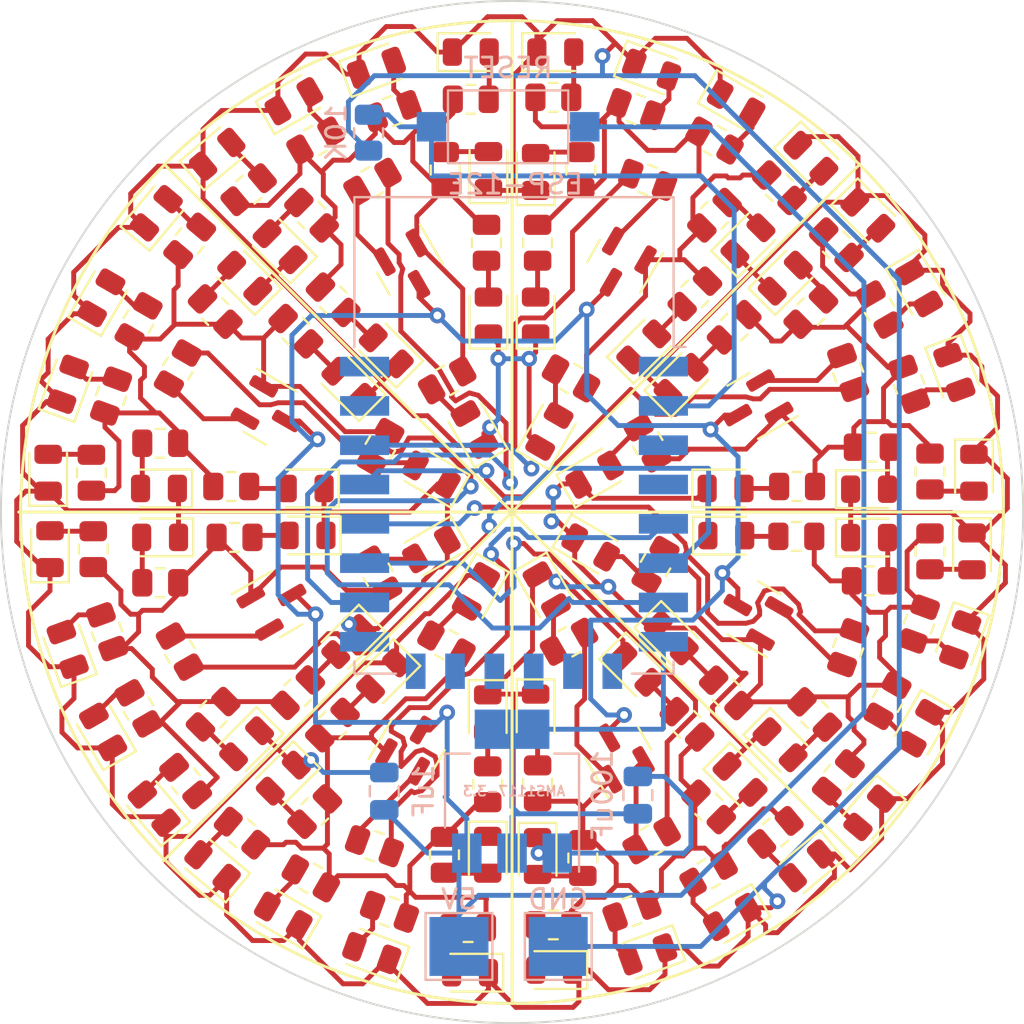
<source format=kicad_pcb>
(kicad_pcb (version 20211014) (generator pcbnew)
  (layers (0 "F.Cu" signal) (31 "B.Cu" signal) (34 "B.Paste" user) (35 "F.Paste" user) (36 "B.SilkS" user "B.Silkscreen") (37 "F.SilkS" user "F.Silkscreen") (38 "B.Mask" user) (39 "F.Mask" user) (44 "Edge.Cuts" user))
  (net 0 "")
  (net 1 "GND")
  (net 2 "Net-(D1-Pad2)")
  (net 3 "Net-(D2-Pad2)")
  (net 4 "Net-(D3-Pad2)")
  (net 5 "Net-(D4-Pad2)")
  (net 6 "Net-(D5-Pad2)")
  (net 7 "Net-(D6-Pad2)")
  (net 8 "Net-(D7-Pad2)")
  (net 9 "Net-(D8-Pad2)")
  (net 10 "Net-(D9-Pad2)")
  (net 11 "5V")
  (net 12 "Net-(D10-Pad2)")
  (net 13 "Net-(Q1-Pad2)")
  (net 14 "SLICE_1")
  (net 15 "Net-(D11-Pad2)")
  (net 16 "Net-(D12-Pad2)")
  (net 17 "Net-(D13-Pad2)")
  (net 18 "Net-(D14-Pad2)")
  (net 19 "Net-(D15-Pad2)")
  (net 20 "Net-(D16-Pad2)")
  (net 21 "Net-(D17-Pad2)")
  (net 22 "Net-(D18-Pad2)")
  (net 23 "RESET")
  (net 24 "Net-(D19-Pad2)")
  (net 25 "Net-(D20-Pad2)")
  (net 26 "Net-(D21-Pad2)")
  (net 27 "SLICE_2")
  (net 28 "Net-(D22-Pad2)")
  (net 29 "Net-(D23-Pad2)")
  (net 30 "Net-(D24-Pad2)")
  (net 31 "Net-(D25-Pad2)")
  (net 32 "Net-(D26-Pad2)")
  (net 33 "Net-(D27-Pad2)")
  (net 34 "Net-(Q1-Pad1)")
  (net 35 "Net-(Q2-Pad1)")
  (net 36 "Net-(Q2-Pad2)")
  (net 37 "Net-(D37-Pad2)")
  (net 38 "Net-(D38-Pad2)")
  (net 39 "SLICE_3")
  (net 40 "Net-(D28-Pad2)")
  (net 41 "Net-(D29-Pad2)")
  (net 42 "Net-(D30-Pad2)")
  (net 43 "Net-(D31-Pad2)")
  (net 44 "Net-(D32-Pad2)")
  (net 45 "Net-(D33-Pad2)")
  (net 46 "Net-(D34-Pad2)")
  (net 47 "Net-(D35-Pad2)")
  (net 48 "Net-(D36-Pad2)")
  (net 49 "Net-(D39-Pad2)")
  (net 50 "Net-(Q4-Pad2)")
  (net 51 "SLICE_4")
  (net 52 "Net-(D40-Pad2)")
  (net 53 "Net-(D41-Pad2)")
  (net 54 "Net-(D42-Pad2)")
  (net 55 "Net-(D43-Pad2)")
  (net 56 "Net-(D44-Pad2)")
  (net 57 "Net-(D45-Pad2)")
  (net 58 "Net-(Q3-Pad1)")
  (net 59 "Net-(Q3-Pad2)")
  (net 60 "Net-(Q4-Pad1)")
  (net 61 "Net-(Q5-Pad1)")
  (net 62 "Net-(Q5-Pad2)")
  (net 63 "SLICE_5")
  (net 64 "SLICE_6")
  (net 65 "SLICE_7")
  (net 66 "SLICE_8")
  (net 67 "Net-(D46-Pad2)")
  (net 68 "Net-(D47-Pad2)")
  (net 69 "Net-(D48-Pad2)")
  (net 70 "Net-(D49-Pad2)")
  (net 71 "Net-(D50-Pad2)")
  (net 72 "Net-(D51-Pad2)")
  (net 73 "Net-(D52-Pad2)")
  (net 74 "Net-(D53-Pad2)")
  (net 75 "Net-(D54-Pad2)")
  (net 76 "Net-(Q6-Pad1)")
  (net 77 "Net-(Q6-Pad2)")
  (net 78 "Net-(D55-Pad2)")
  (net 79 "Net-(D56-Pad2)")
  (net 80 "Net-(D57-Pad2)")
  (net 81 "Net-(D58-Pad2)")
  (net 82 "Net-(D59-Pad2)")
  (net 83 "Net-(D60-Pad2)")
  (net 84 "Net-(D61-Pad2)")
  (net 85 "Net-(D62-Pad2)")
  (net 86 "Net-(D63-Pad2)")
  (net 87 "Net-(Q7-Pad1)")
  (net 88 "Net-(Q7-Pad2)")
  (net 89 "Net-(D64-Pad2)")
  (net 90 "Net-(D65-Pad2)")
  (net 91 "Net-(D66-Pad2)")
  (net 92 "Net-(D67-Pad2)")
  (net 93 "Net-(D68-Pad2)")
  (net 94 "Net-(D69-Pad2)")
  (net 95 "Net-(D70-Pad2)")
  (net 96 "Net-(D71-Pad2)")
  (net 97 "Net-(D72-Pad2)")
  (net 98 "Net-(Q8-Pad1)")
  (net 99 "Net-(Q8-Pad2)")
  (net 100 "3.3V")
  (footprint "LED_SMD:LED_0805_2012Metric" (layer "F.Cu") (at 116.1 87.8 70)
    (fp_text reference "D56" hide)
    (fp_text value "LED")
  )
  (footprint "LED_SMD:LED_0805_2012Metric" (layer "F.Cu") (at 150.1 73.5 -30)
    (fp_text reference "D3" hide)
    (fp_text value "LED")
  )
  (footprint "Resistor_SMD:R_0805_2012Metric" (layer "F.Cu") (at 136.6 73.3 180)
    (fp_text reference "R74" hide)
    (fp_text value "330")
  )
  (footprint "LED_SMD:LED_0805_2012Metric" (layer "F.Cu") (at 142.9 92.4 30)
    (fp_text reference "D16" hide)
    (fp_text value "LED")
  )
  (footprint "LED_SMD:LED_0805_2012Metric" (layer "F.Cu") (at 132.3 86.1 135)
    (fp_text reference "D71" hide)
    (fp_text value "LED")
  )
  (footprint "Resistor_SMD:R_0805_2012Metric" (layer "F.Cu") (at 135.362913 101.037087 -30)
    (fp_text reference "R47" hide)
    (fp_text value "330")
  )
  (footprint "Package_TO_SOT_SMD:SOT-23" (layer "F.Cu") (at 151 88.9 -150)
    (fp_text reference "Q2" hide)
    (fp_text value "NPN")
  )
  (footprint "LED_SMD:LED_0805_2012Metric" (layer "F.Cu") (at 136.562913 117.737087 180)
    (fp_text reference "D37" hide)
    (fp_text value "LED")
  )
  (footprint "Resistor_SMD:R_0805_2012Metric" (layer "F.Cu") (at 122.3 80.5 -130)
    (fp_text reference "R64" hide)
    (fp_text value "330")
  )
  (footprint "LED_SMD:LED_0805_2012Metric" (layer "F.Cu") (at 120.7375 93.1 180)
    (fp_text reference "D63" hide)
    (fp_text value "LED")
  )
  (footprint "LED_SMD:LED_0805_2012Metric" (layer "F.Cu") (at 162.2 92.3 -90)
    (fp_text reference "D13" hide)
    (fp_text value "LED")
  )
  (footprint "Resistor_SMD:R_0805_2012Metric" (layer "F.Cu") (at 124.962913 110.637087 -40)
    (fp_text reference "R44" hide)
    (fp_text value "330")
  )
  (footprint "Resistor_SMD:R_0805_2012Metric" (layer "F.Cu") (at 129.6 83.5 135)
    (fp_text reference "R78" hide)
    (fp_text value "330")
  )
  (footprint "Resistor_SMD:R_0805_2012Metric" (layer "F.Cu") (at 147.6 105.1 -45)
    (fp_text reference "R37" hide)
    (fp_text value "330")
  )
  (footprint "Resistor_SMD:R_0805_2012Metric" (layer "F.Cu") (at 157.8 103.9 60)
    (fp_text reference "R23" hide)
    (fp_text value "330")
  )
  (footprint "Resistor_SMD:R_0805_2012Metric" (layer "F.Cu") (at 157.4 84 120)
    (fp_text reference "R12" hide)
    (fp_text value "330")
  )
  (footprint "LED_SMD:LED_0805_2012Metric" (layer "F.Cu") (at 159.4 82.9 -60)
    (fp_text reference "D11" hide)
    (fp_text value "LED")
  )
  (footprint "Resistor_SMD:R_0805_2012Metric" (layer "F.Cu") (at 137.462913 108.149587 -90)
    (fp_text reference "R48" hide)
    (fp_text value "330")
  )
  (footprint "Resistor_SMD:R_0805_2012Metric" (layer "F.Cu") (at 145.6 90.8 -60)
    (fp_text reference "R17" hide)
    (fp_text value "330")
  )
  (footprint "Resistor_SMD:R_0805_2012Metric" (layer "F.Cu") (at 142.2 76.9 -90)
    (fp_text reference "R9" hide)
    (fp_text value "330")
  )
  (footprint "LED_SMD:LED_0805_2012Metric" (layer "F.Cu") (at 161.2 87.2 -70)
    (fp_text reference "D12" hide)
    (fp_text value "LED")
  )
  (footprint "Resistor_SMD:R_0805_2012Metric" (layer "F.Cu") (at 118.094163 100.388101 -70)
    (fp_text reference "R53" hide)
    (fp_text value "330")
  )
  (footprint "Resistor_SMD:R_0805_2012Metric" (layer "F.Cu") (at 128.5 79.2 -45)
    (fp_text reference "R79" hide)
    (fp_text value "330")
  )
  (footprint "Package_TO_SOT_SMD:SOT-23" (layer "F.Cu") (at 126.4 89.2 -30)
    (fp_text reference "Q7" hide)
    (fp_text value "NPN")
  )
  (footprint "Resistor_SMD:R_0805_2012Metric" (layer "F.Cu") (at 155.3 107.8 50)
    (fp_text reference "R24" hide)
    (fp_text value "330")
  )
  (footprint "LED_SMD:LED_0805_2012Metric" (layer "F.Cu") (at 115.1 92.3 90)
    (fp_text reference "D55" hide)
    (fp_text value "LED")
  )
  (footprint "Resistor_SMD:R_0805_2012Metric" (layer "F.Cu") (at 120.8 97.9)
    (fp_text reference "R55" hide)
    (fp_text value "330")
  )
  (footprint "LED_SMD:LED_0805_2012Metric" (layer "F.Cu") (at 145.8 71.8 -20)
    (fp_text reference "D2" hide)
    (fp_text value "LED")
  )
  (footprint "LED_SMD:LED_0805_2012Metric" (layer "F.Cu") (at 150.3 107.9 -45)
    (fp_text reference "D36" hide)
    (fp_text value "LED")
  )
  (footprint "LED_SMD:LED_0805_2012Metric" (layer "F.Cu") (at 137.462913 104.537087 -90)
    (fp_text reference "D44" hide)
    (fp_text value "LED")
  )
  (footprint "Resistor_SMD:R_0805_2012Metric" (layer "F.Cu") (at 127.794163 103.488101 -135)
    (fp_text reference "R58" hide)
    (fp_text value "330")
  )
  (footprint "LED_SMD:LED_0805_2012Metric" (layer "F.Cu") (at 125.194163 106.088101 -135)
    (fp_text reference "D54" hide)
    (fp_text value "LED")
  )
  (footprint "LED_SMD:LED_0805_2012Metric" (layer "F.Cu") (at 156.862913 95.6)
    (fp_text reference "D27" hide)
    (fp_text value "LED")
  )
  (footprint "Resistor_SMD:R_0805_2012Metric" (layer "F.Cu") (at 146 97 60)
    (fp_text reference "R27" hide)
    (fp_text value "330")
  )
  (footprint "LED_SMD:LED_0805_2012Metric" (layer "F.Cu") (at 139.9 84.3 90)
    (fp_text reference "D8" hide)
    (fp_text value "LED")
  )
  (footprint "Resistor_SMD:R_0805_2012Metric" (layer "F.Cu") (at 132.6 73.9 -160)
    (fp_text reference "R73" hide)
    (fp_text value "330")
  )
  (footprint "LED_SMD:LED_0805_2012Metric" (layer "F.Cu") (at 128.294163 95.488101 180)
    (fp_text reference "D51" hide)
    (fp_text value "LED")
  )
  (footprint "Resistor_SMD:R_0805_2012Metric" (layer "F.Cu") (at 137.4 80.6 90)
    (fp_text reference "R76" hide)
    (fp_text value "330")
  )
  (footprint "LED_SMD:LED_0805_2012Metric" (layer "F.Cu") (at 117.8 83.4 60)
    (fp_text reference "D57" hide)
    (fp_text value "LED")
  )
  (footprint "LED_SMD:LED_0805_2012Metric" (layer "F.Cu") (at 120.794163 95.588101 180)
    (fp_text reference "D50" hide)
    (fp_text value "LED")
  )
  (footprint "Resistor_SMD:R_0805_2012Metric" (layer "F.Cu") (at 122.094163 107.988101 -50)
    (fp_text reference "R51" hide)
    (fp_text value "330")
  )
  (footprint "LED_SMD:LED_0805_2012Metric" (layer "F.Cu") (at 146.8 100.7 -45)
    (fp_text reference "D24" hide)
    (fp_text value "LED")
  )
  (footprint "Resistor_SMD:R_0805_2012Metric" (layer "F.Cu") (at 155.2 80.7 135)
    (fp_text reference "R11" hide)
    (fp_text value "330")
  )
  (footprint "LED_SMD:LED_0805_2012Metric" (layer "F.Cu") (at 156.9 109.6 -130)
    (fp_text reference "D22" hide)
    (fp_text value "LED")
  )
  (footprint "Resistor_SMD:R_0805_2012Metric" (layer "F.Cu") (at 155.8 87.2 -70)
    (fp_text reference "R20" hide)
    (fp_text value "10K")
  )
  (footprint "Resistor_SMD:R_0805_2012Metric" (layer "F.Cu") (at 128.7 75.4 -150)
    (fp_text reference "R72" hide)
    (fp_text value "330")
  )
  (footprint "Resistor_SMD:R_0805_2012Metric" (layer "F.Cu") (at 152.1 110.6 40)
    (fp_text reference "R40" hide)
    (fp_text value "330")
  )
  (footprint "LED_SMD:LED_0805_2012Metric" (layer "F.Cu") (at 149.9 114.9 -150)
    (fp_text reference "D29" hide)
    (fp_text value "LED")
  )
  (footprint "Package_TO_SOT_SMD:SOT-23" (layer "F.Cu") (at 126.694163 98.988101 30)
    (fp_text reference "Q6" hide)
    (fp_text value "NPN")
  )
  (footprint "LED_SMD:LED_0805_2012Metric" (layer "F.Cu") (at 137.5 84.3 90)
    (fp_text reference "D69" hide)
    (fp_text value "LED")
  )
  (footprint "Package_TO_SOT_SMD:SOT-23" (layer "F.Cu") (at 151 99.5 150)
    (fp_text reference "Q3" hide)
    (fp_text value "NPN")
  )
  (footprint "LED_SMD:LED_0805_2012Metric" (layer "F.Cu") (at 123.7 76.1 40)
    (fp_text reference "D64" hide)
    (fp_text value "LED")
  )
  (footprint "LED_SMD:LED_0805_2012Metric" (layer "F.Cu") (at 136.862913 98.337087 -120)
    (fp_text reference "D43" hide)
    (fp_text value "LED")
  )
  (footprint "Resistor_SMD:R_0805_2012Metric" (layer "F.Cu") (at 145.8 111 30)
    (fp_text reference "R39" hide)
    (fp_text value "10K")
  )
  (footprint "LED_SMD:LED_0805_2012Metric" (layer "F.Cu") (at 150.7 80.5 45)
    (fp_text reference "D5" hide)
    (fp_text value "LED")
  )
  (footprint "LED_SMD:LED_0805_2012Metric" (layer "F.Cu") (at 152.6 82.4 45)
    (fp_text reference "D18" hide)
    (fp_text value "LED")
  )
  (footprint "Resistor_SMD:R_0805_2012Metric" (layer "F.Cu") (at 144.8 114.6 20)
    (fp_text reference "R32" hide)
    (fp_text value "330")
  )
  (footprint "LED_SMD:LED_0805_2012Metric" (layer "F.Cu") (at 130.4 87.8 135)
    (fp_text reference "D60" hide)
    (fp_text value "LED")
  )
  (footprint "LED_SMD:LED_0805_2012Metric" (layer "F.Cu") (at 139.9 77 90)
    (fp_text reference "D9" hide)
    (fp_text value "LED")
  )
  (footprint "LED_SMD:LED_0805_2012Metric" (layer "F.Cu") (at 131.562913 116.737087 160)
    (fp_text reference "D38" hide)
    (fp_text value "LED")
  )
  (footprint "Resistor_SMD:R_0805_2012Metric" (layer "F.Cu") (at 142.3 111.9 90)
    (fp_text reference "R34" hide)
    (fp_text value "330")
  )
  (footprint "Resistor_SMD:R_0805_2012Metric" (layer "F.Cu") (at 152.3 77.8 135)
    (fp_text reference "R4" hide)
    (fp_text value "330")
  )
  (footprint "Resistor_SMD:R_0805_2012Metric" (layer "F.Cu") (at 132 91 60)
    (fp_text reference "R67" hide)
    (fp_text value "330")
  )
  (footprint "LED_SMD:LED_0805_2012Metric" (layer "F.Cu") (at 136.6 70.9)
    (fp_text reference "D67" hide)
    (fp_text value "LED")
  )
  (footprint "LED_SMD:LED_0805_2012Metric" (layer "F.Cu") (at 130.394163 100.888101 -135)
    (fp_text reference "D53" hide)
    (fp_text value "LED")
  )
  (footprint "Resistor_SMD:R_0805_2012Metric" (layer "F.Cu") (at 135.3 76.9 -90)
    (fp_text reference "R75" hide)
    (fp_text value "330")
  )
  (footprint "Resistor_SMD:R_0805_2012Metric" (layer "F.Cu") (at 145 73.8 160)
    (fp_text reference "R2" hide)
    (fp_text value "330")
  )
  (footprint "Resistor_SMD:R_0805_2012Metric" (layer "F.Cu") (at 148.7 109.3 135)
    (fp_text reference "R38" hide)
    (fp_text value "330")
  )
  (footprint "LED_SMD:LED_0805_2012Metric" (layer "F.Cu") (at 140 111.8 -90)
    (fp_text reference "D32" hide)
    (fp_text value "LED")
  )
  (footprint "LED_SMD:LED_0805_2012Metric" (layer "F.Cu") (at 145.4 85.9 45)
    (fp_text reference "D6" hide)
    (fp_text value "LED")
  )
  (footprint "Resistor_SMD:R_0805_2012Metric" (layer "F.Cu") (at 159.962913 92.237087 90)
    (fp_text reference "R14" hide)
    (fp_text value "330")
  )
  (footprint "Resistor_SMD:R_0805_2012Metric" (layer "F.Cu") (at 123.494163 104.588101 45)
    (fp_text reference "R59" hide)
    (fp_text value "330")
  )
  (footprint "Package_TO_SOT_SMD:SOT-23" (layer "F.Cu") (at 144.1 106.6 120)
    (fp_text reference "Q4" hide)
    (fp_text value "NPN")
  )
  (footprint "LED_SMD:LED_0805_2012Metric" (layer "F.Cu") (at 149.6 95.5)
    (fp_text reference "D26" hide)
    (fp_text value "LED")
  )
  (footprint "LED_SMD:LED_0805_2012Metric" (layer "F.Cu") (at 139.9 104.5 -90)
    (fp_text reference "D33" hide)
    (fp_text value "LED")
  )
  (footprint "Resistor_SMD:R_0805_2012Metric" (layer "F.Cu") (at 118.3 88.4 -110)
    (fp_text reference "R62" hide)
    (fp_text value "330")
  )
  (footprint "Resistor_SMD:R_0805_2012Metric" (layer "F.Cu") (at 127.7 85.1 135)
    (fp_text reference "R66" hide)
    (fp_text value "330")
  )
  (footprint "LED_SMD:LED_0805_2012Metric" (layer "F.Cu") (at 128.2 93.1 180)
    (fp_text reference "D62" hide)
    (fp_text value "LED")
  )
  (footprint "Resistor_SMD:R_0805_2012Metric" (layer "F.Cu") (at 156.9 97.8 180)
    (fp_text reference "R29" hide)
    (fp_text value "330")
  )
  (footprint "LED_SMD:LED_0805_2012Metric" (layer "F.Cu") (at 153.7 112.3 -140)
    (fp_text reference "D28" hide)
    (fp_text value "LED")
  )
  (footprint "LED_SMD:LED_0805_2012Metric" (layer "F.Cu") (at 115.194163 96.188101 90)
    (fp_text reference "D49" hide)
    (fp_text value "LED")
  )
  (footprint "Resistor_SMD:R_0805_2012Metric" (layer "F.Cu") (at 119.694163 104.288101 -60)
    (fp_text reference "R52" hide)
    (fp_text value "330")
  )
  (footprint "LED_SMD:LED_0805_2012Metric" (layer "F.Cu") (at 127.6 73.4 30)
    (fp_text reference "D65" hide)
    (fp_text value "LED")
  )
  (footprint "Resistor_SMD:R_0805_2012Metric" (layer "F.Cu") (at 148 83.2 45)
    (fp_text reference "R6" hide)
    (fp_text value "330")
  )
  (footprint "Resistor_SMD:R_0805_2012Metric" (layer "F.Cu") (at 120.8 90.8)
    (fp_text reference "R69" hide)
    (fp_text value "330")
  )
  (footprint "Resistor_SMD:R_0805_2012Metric" (layer "F.Cu") (at 141.6 100.9 30)
    (fp_text reference "R36" hide)
    (fp_text value "330")
  )
  (footprint "LED_SMD:LED_0805_2012Metric" (layer "F.Cu") (at 140.462913 98.3 -60)
    (fp_text reference "D34" hide)
    (fp_text value "LED")
  )
  (footprint "Resistor_SMD:R_0805_2012Metric" (layer "F.Cu") (at 140.8 73.2 180)
    (fp_text reference "R1" hide)
    (fp_text value "330")
  )
  (footprint "Resistor_SMD:R_0805_2012Metric" (layer "F.Cu") (at 131.894163 97.488101 -60)
    (fp_text reference "R57" hide)
    (fp_text value "330")
  )
  (footprint "Resistor_SMD:R_0805_2012Metric" (layer "F.Cu") (at 153.9 84.1 -135)
    (fp_text reference "R19" hide)
    (fp_text value "330")
  )
  (footprint "Resistor_SMD:R_0805_2012Metric" (layer "F.Cu") (at 158.9 87.8 110)
    (fp_text reference "R13" hide)
    (fp_text value "330")
  )
  (footprint "LED_SMD:LED_0805_2012Metric" (layer "F.Cu") (at 125.1 82.4 135)
    (fp_text reference "D59" hide)
    (fp_text value "LED")
  )
  (footprint "LED_SMD:LED_0805_2012Metric" (layer "F.Cu") (at 145.6 116.8 -160)
    (fp_text reference "D30" hide)
    (fp_text value "LED")
  )
  (footprint "LED_SMD:LED_0805_2012Metric" (layer "F.Cu") (at 142.7 96.1 -30)
    (fp_text reference "D25" hide)
    (fp_text value "LED")
  )
  (footprint "Resistor_SMD:R_0805_2012Metric" (layer "F.Cu") (at 117.394163 96.188101 -90)
    (fp_text reference "R54" hide)
    (fp_text value "330")
  )
  (footprint "LED_SMD:LED_0805_2012Metric" (layer "F.Cu") (at 120.6 79.1 50)
    (fp_text reference "D58" hide)
    (fp_text value "LED")
  )
  (footprint "LED_SMD:LED_0805_2012Metric" (layer "F.Cu") (at 153.9 76.3 -45)
    (fp_text reference "D4" hide)
    (fp_text value "LED")
  )
  (footprint "Resistor_SMD:R_0805_2012Metric" (layer "F.Cu") (at 140 80.6 90)
    (fp_text reference "R8" hide)
    (fp_text value "330")
  )
  (footprint "LED_SMD:LED_0805_2012Metric" (layer "F.Cu") (at 140.6 90.2 60)
    (fp_text reference "D7" hide)
    (fp_text value "LED")
  )
  (footprint "LED_SMD:LED_0805_2012Metric" (layer "F.Cu") (at 162.1 96.3 -90)
    (fp_text reference "D19" hide)
    (fp_text value "LED")
  )
  (footprint "Resistor_SMD:R_0805_2012Metric" (layer "F.Cu") (at 150 84.9 45)
    (fp_text reference "R18" hide)
    (fp_text value "330")
  )
  (footprint "LED_SMD:LED_0805_2012Metric" (layer "F.Cu") (at 156.8 79.2 -45)
    (fp_text reference "D10" hide)
    (fp_text value "LED")
  )
  (footprint "Resistor_SMD:R_0805_2012Metric" (layer "F.Cu") (at 141.7 87.5 -30)
    (fp_text reference "R7" hide)
    (fp_text value "330")
  )
  (footprint "Resistor_SMD:R_0805_2012Metric" (layer "F.Cu") (at 140 108.1 -90)
    (fp_text reference "R35" hide)
    (fp_text value "330")
  )
  (footprint "Resistor_SMD:R_0805_2012Metric" (layer "F.Cu") (at 148.7 112.7 30)
    (fp_text reference "R31" hide)
    (fp_text value "330")
  )
  (footprint "LED_SMD:LED_0805_2012Metric" (layer "F.Cu") (at 127.062913 114.837087 150)
    (fp_text reference "D39" hide)
    (fp_text value "LED")
  )
  (footprint "LED_SMD:LED_0805_2012Metric" (layer "F.Cu") (at 131.8 71.7 20)
    (fp_text reference "D66" hide)
    (fp_text value "LED")
  )
  (footprint "Package_TO_SOT_SMD:SOT-23" (layer "F.Cu") (at 133.5 81.9 -60)
    (fp_text reference "Q8" hide)
    (fp_text value "NPN")
  )
  (footprint "LED_SMD:LED_0805_2012Metric" (layer "F.Cu") (at 159.5 105.3 -120)
    (fp_text reference "D21" hide)
    (fp_text value "LED")
  )
  (footprint "LED_SMD:LED_0805_2012Metric" (layer "F.Cu") (at 134.6 92.4 150)
    (fp_text reference "D61" hide)
    (fp_text value "LED")
  )
  (footprint "LED_SMD:LED_0805_2012Metric" (layer "F.Cu") (at 134.594163 96.188101 -150)
    (fp_text reference "D52" hide)
    (fp_text value "LED")
  )
  (footprint "LED_SMD:LED_0805_2012Metric" (layer "F.Cu") (at 120.494163 109.388101 130)
    (fp_text reference "D46" hide)
    (fp_text value "LED")
  )
  (footprint "Resistor_SMD:R_0805_2012Metric" (layer "F.Cu") (at 149.6 103.5 -45)
    (fp_text reference "R26" hide)
    (fp_text value "330")
  )
  (footprint "LED_SMD:LED_0805_2012Metric" (layer "F.Cu") (at 127.062913 107.837087 -135)
    (fp_text reference "D41" hide)
    (fp_text value "LED")
  )
  (footprint "Resistor_SMD:R_0805_2012Metric" (layer "F.Cu") (at 155.8 101.2 70)
    (fp_text reference "R30" hide)
    (fp_text value "10K")
  )
  (footprint "Resistor_SMD:R_0805_2012Metric" (layer "F.Cu") (at 119.7 84.6 -120)
    (fp_text reference "R63" hide)
    (fp_text value "330")
  )
  (footprint "LED_SMD:LED_0805_2012Metric" (layer "F.Cu") (at 132.162913 102.637087 -135)
    (fp_text reference "D42" hide)
    (fp_text value "LED")
  )
  (footprint "Resistor_SMD:R_0805_2012Metric" (layer "F.Cu") (at 125.3 77.9 -140)
    (fp_text reference "R71" hide)
    (fp_text value "330")
  )
  (footprint "Package_TO_SOT_SMD:SOT-23" (layer "F.Cu") (at 133.6 106.2 60)
    (fp_text reference "Q5" hide)
    (fp_text value "NPN")
  )
  (footprint "Resistor_SMD:R_0805_2012Metric" (layer "F.Cu") (at 131.6 77.5 30)
    (fp_text reference "R80" hide)
    (fp_text value "10K")
  )
  (footprint "LED_SMD:LED_0805_2012Metric" (layer "F.Cu") (at 140.9 70.9)
    (fp_text reference "D1" hide)
    (fp_text value "LED")
  )
  (footprint "Resistor_SMD:R_0805_2012Metric" (layer "F.Cu") (at 153.162913 95.537087)
    (fp_text reference "R28" hide)
    (fp_text value "330")
  )
  (footprint "Resistor_SMD:R_0805_2012Metric" (layer "F.Cu") (at 149 79.2 -135)
    (fp_text reference "R5" hide)
    (fp_text value "330")
  )
  (footprint "Resistor_SMD:R_0805_2012Metric" (layer "F.Cu") (at 123.6 84.1 -45)
    (fp_text reference "R65" hide)
    (fp_text value "330")
  )
  (footprint "LED_SMD:LED_0805_2012Metric" (layer "F.Cu") (at 149.562913 93.1)
    (fp_text reference "D15" hide)
    (fp_text value "LED")
  )
  (footprint "Resistor_SMD:R_0805_2012Metric" (layer "F.Cu") (at 159.962913 96.3 90)
    (fp_text reference "R21" hide)
    (fp_text value "330")
  )
  (footprint "LED_SMD:LED_0805_2012Metric" (layer "F.Cu") (at 140.8375 117.6 180)
    (fp_text reference "D31" hide)
    (fp_text value "LED")
  )
  (footprint "LED_SMD:LED_0805_2012Metric" (layer "F.Cu") (at 117.894163 105.488101 120)
    (fp_text reference "D47" hide)
    (fp_text value "LED")
  )
  (footprint "LED_SMD:LED_0805_2012Metric" (layer "F.Cu") (at 145 102.3 -45)
    (fp_text reference "D35" hide)
    (fp_text value "LED")
  )
  (footprint "Resistor_SMD:R_0805_2012Metric" (layer "F.Cu") (at 140.8 115.3)
    (fp_text reference "R33" hide)
    (fp_text value "330")
  )
  (footprint "LED_SMD:LED_0805_2012Metric" (layer "F.Cu") (at 137.5 76.9 90)
    (fp_text reference "D68" hide)
    (fp_text value "LED")
  )
  (footprint "LED_SMD:LED_0805_2012Metric" (layer "F.Cu") (at 152.337087 106.137087 -45)
    (fp_text reference "D23" hide)
    (fp_text value "LED")
  )
  (footprint "LED_SMD:LED_0805_2012Metric" (layer "F.Cu") (at 161.5 100.8 -110)
    (fp_text reference "D20" hide)
    (fp_text value "LED")
  )
  (footprint "Resistor_SMD:R_0805_2012Metric" (layer "F.Cu") (at 121.8 101.4 -60)
    (fp_text reference "R60" hide)
    (fp_text value "10K")
  )
  (footprint "Resistor_SMD:R_0805_2012Metric" (layer "F.Cu") (at 131.7 111.3 -20)
    (fp_text reference "R50" hide)
    (fp_text value "10K")
  )
  (footprint "LED_SMD:LED_0805_2012Metric" (layer "F.Cu") (at 116.094163 101.288101 110)
    (fp_text reference "D48" hide)
    (fp_text value "LED")
  )
  (footprint "Resistor_SMD:R_0805_2012Metric" (layer "F.Cu") (at 145.6 77.4 160)
    (fp_text reference "R10" hide)
    (fp_text value "10K")
  )
  (footprint "Resistor_SMD:R_0805_2012Metric" (layer "F.Cu") (at 132.462913 114.637087 -20)
    (fp_text reference "R42" hide)
    (fp_text value "330")
  )
  (footprint "Resistor_SMD:R_0805_2012Metric" (layer "F.Cu") (at 124.4125 93 180)
    (fp_text reference "R68" hide)
    (fp_text value "330")
  )
  (footprint "Resistor_SMD:R_0805_2012Metric" (layer "F.Cu") (at 136.462913 115.437087)
    (fp_text reference "R41" hide)
    (fp_text value "330")
  )
  (footprint "Resistor_SMD:R_0805_2012Metric" (layer "F.Cu") (at 149 75.4 150)
    (fp_text reference "R3" hide)
    (fp_text value "330")
  )
  (footprint "Resistor_SMD:R_0805_2012Metric" (layer "F.Cu") (at 121.7 87 60)
    (fp_text reference "R70" hide)
    (fp_text value "10K")
  )
  (footprint "Resistor_SMD:R_0805_2012Metric" (layer "F.Cu") (at 159.4 100 70)
    (fp_text reference "R22" hide)
    (fp_text value "330")
  )
  (footprint "LED_SMD:LED_0805_2012Metric" (layer "F.Cu") (at 136.8 90.1 120)
    (fp_text reference "D70" hide)
    (fp_text value "LED")
  )
  (footprint "Resistor_SMD:R_0805_2012Metric" (layer "F.Cu") (at 129.562913 105.137087 -135)
    (fp_text reference "R46" hide)
    (fp_text value "330")
  )
  (footprint "LED_SMD:LED_0805_2012Metric" (layer "F.Cu") (at 123.462913 112.337087 140)
    (fp_text reference "D40" hide)
    (fp_text value "LED")
  )
  (footprint "Package_TO_SOT_SMD:SOT-23" (layer "F.Cu") (at 144.2 81.8 -120)
    (fp_text reference "Q1" hide)
    (fp_text value "NPN")
  )
  (footprint "Resistor_SMD:R_0805_2012Metric" (layer "F.Cu") (at 128.462913 112.937087 -30)
    (fp_text reference "R43" hide)
    (fp_text value "330")
  )
  (footprint "Resistor_SMD:R_0805_2012Metric" (layer "F.Cu") (at 135.4 87.6 30)
    (fp_text reference "R77" hide)
    (fp_text value "330")
  )
  (footprint "LED_SMD:LED_0805_2012Metric" (layer "F.Cu") (at 156.862913 93.137087)
    (fp_text reference "D14" hide)
    (fp_text value "LED")
  )
  (footprint "LED_SMD:LED_0805_2012Metric" (layer "F.Cu") (at 126.9 80.8 135)
    (fp_text reference "D72" hide)
    (fp_text value "LED")
  )
  (footprint "Resistor_SMD:R_0805_2012Metric" (layer "F.Cu") (at 153.2 93)
    (fp_text reference "R16" hide)
    (fp_text value "330")
  )
  (footprint "Resistor_SMD:R_0805_2012Metric" (layer "F.Cu") (at 157 91 180)
    (fp_text reference "R15" hide)
    (fp_text value "330")
  )
  (footprint "Resistor_SMD:R_0805_2012Metric" (layer "F.Cu") (at 124.581663 95.588101 180)
    (fp_text reference "R56" hide)
    (fp_text value "330")
  )
  (footprint "LED_SMD:LED_0805_2012Metric" (layer "F.Cu") (at 147.3 87.6 45)
    (fp_text reference "D17" hide)
    (fp_text value "LED")
  )
  (footprint "Resistor_SMD:R_0805_2012Metric" (layer "F.Cu") (at 117.3 92.3 -90)
    (fp_text reference "R61" hide)
    (fp_text value "330")
  )
  (footprint "Resistor_SMD:R_0805_2012Metric" (layer "F.Cu") (at 128.662913 109.537087 45)
    (fp_text reference "R45" hide)
    (fp_text value "330")
  )
  (footprint "LED_SMD:LED_0805_2012Metric" (layer "F.Cu") (at 137.462913 111.737087 -90)
    (fp_text reference "D45" hide)
    (fp_text value "LED")
  )
  (footprint "Resistor_SMD:R_0805_2012Metric" (layer "F.Cu") (at 135.262913 111.737087 90)
    (fp_text reference "R49" hide)
    (fp_text value "330")
  )
  (footprint "Resistor_SMD:R_0805_2012Metric" (layer "F.Cu") (at 154.1 104.6 135)
    (fp_text reference "R25" hide)
    (fp_text value "330")
  )
  (footprint "TestPoint:TestPoint_Pad_3.0x3.0mm" (layer "B.Cu") (at 136 116.4 180)
    (fp_text reference "5V")
    (fp_text value "BAT +")
  )
  (footprint "Resistor_SMD:R_0805_2012Metric" (layer "B.Cu") (at 131.4 75 90)
    (fp_text reference "R81" hide)
    (fp_text value "10K")
  )
  (footprint "Button_Switch_SMD:SW_SPST_CK_RS282G05A3" (layer "B.Cu") (at 138.5 74.7)
    (fp_text reference "SW1" hide)
    (fp_text value "RESET")
  )
  (footprint "Package_TO_SOT_SMD:SOT-223-3_TabPin2" (layer "B.Cu") (at 138.7 108.5 90)
    (fp_text reference "U2" hide)
    (fp_text value "AMS1117-3.3")
  )
  (footprint "Capacitor_SMD:C_0805_2012Metric" (layer "B.Cu") (at 145.1 108.7 90)
    (fp_text reference "C2" hide)
    (fp_text value "100uF")
  )
  (footprint "RF_Module:ESP-12E" (layer "B.Cu") (at 138.8 90.4 180)
    (fp_text reference "U1" hide)
    (fp_text value "ESP-12E")
  )
  (footprint "Capacitor_SMD:C_0805_2012Metric" (layer "B.Cu") (at 132.2 108.5 90)
    (fp_text reference "C1" hide)
    (fp_text value "1uF")
  )
  (footprint "TestPoint:TestPoint_Pad_3.0x3.0mm" (layer "B.Cu") (at 141.05 116.4 180)
    (fp_text reference "GND")
    (fp_text value "BAT -")
  )
  (gr_circle (center 138.7 94.3) (end 163.7 94.3) (layer "F.SilkS") (width 0.15) (fill none))
  (gr_line (start 138.7 94.3) (end 163.7 94.3) (layer "F.SilkS") (width 0.15))
  (gr_line (start 156.37767 111.97767) (end 138.7 94.3) (layer "F.SilkS") (width 0.15))
  (gr_line (start 138.7 94.3) (end 121.02233 76.62233) (layer "F.SilkS") (width 0.15))
  (gr_line (start 120.961165 112.038835) (end 138.638835 94.361165) (layer "F.SilkS") (width 0.15))
  (gr_line (start 113.6 94.3) (end 138.6 94.3) (layer "F.SilkS") (width 0.15))
  (gr_line (start 138.7 94.3) (end 138.7 69.3) (layer "F.SilkS") (width 0.15))
  (gr_line (start 138.7 94.3) (end 156.37767 76.62233) (layer "F.SilkS") (width 0.15))
  (gr_line (start 138.7 119.2) (end 138.7 94.2) (layer "F.SilkS") (width 0.15))
  (gr_circle (center 138.7 94.3) (end 164.7 94.3) (layer "Edge.Cuts") (width 0.1) (fill none))
  (segment (start 116.414807 102.169063) (end 116.414807 103.785193) (width 0.25) (layer "F.Cu") (net 1))
  (segment (start 162.6 86.9) (end 162.019038 86.319038) (width 0.25) (layer "F.Cu") (net 1))
  (segment (start 148.6625 93.137087) (end 148.625413 93.1) (width 0.25) (layer "F.Cu") (net 1))
  (segment (start 139.740884 101.321616) (end 139.740884 97.74138) (width 0.25) (layer "F.Cu") (net 1))
  (segment (start 116.4 82.1) (end 116.4 83.280649) (width 0.25) (layer "F.Cu") (net 1))
  (segment (start 150.6 102.5) (end 148.9 104.2) (width 0.25) (layer "F.Cu") (net 1))
  (segment (start 114.825601 97.125601) (end 113.5 95.8) (width 0.25) (layer "F.Cu") (net 1))
  (segment (start 141.775 117.6) (end 142.6 117.6) (width 0.25) (layer "F.Cu") (net 1))
  (segment (start 157.8 78.2) (end 156.474174 78.2) (width 0.25) (layer "F.Cu") (net 1))
  (segment (start 138.7625 103.5625) (end 138.7625 110.7625) (width 0.25) (layer "F.Cu") (net 1))
  (segment (start 140.612393 97.488101) (end 140.962146 97.837854) (width 0.25) (layer "F.Cu") (net 1))
  (segment (start 133.6 69.6) (end 132.3 69.6) (width 0.25) (layer "F.Cu") (net 1))
  (segment (start 120.697387 76.702613) (end 119.3 78.1) (width 0.25) (layer "F.Cu") (net 1))
  (segment (start 162.1 95.3625) (end 162.6375 95.3625) (width 0.25) (layer "F.Cu") (net 1))
  (segment (start 139.740884 97.74138) (end 139.994163 97.488101) (width 0.25) (layer "F.Cu") (net 1))
  (segment (start 126.788101 72.411899) (end 126.788101 73.86875) (width 0.25) (layer "F.Cu") (net 1))
  (segment (start 159.7 80.2) (end 157.8 78.3) (width 0.25) (layer "F.Cu") (net 1))
  (segment (start 115.779356 88.680962) (end 115.019038 88.680962) (width 0.25) (layer "F.Cu") (net 1))
  (segment (start 138 86.5) (end 138 85.7375) (width 0.25) (layer "F.Cu") (net 1))
  (segment (start 151.4 105.474174) (end 150.687087 106.187087) (width 0.25) (layer "F.Cu") (net 1))
  (segment (start 155.925413 95.6) (end 155.925413 94.325413) (width 0.25) (layer "F.Cu") (net 1))
  (segment (start 133.5 94.3) (end 129.175 94.3) (width 0.25) (layer "F.Cu") (net 1))
  (segment (start 132.443875 117.057731) (end 132.443875 117.343875) (width 0.25) (layer "F.Cu") (net 1))
  (segment (start 132.3 69.6) (end 130.919038 70.980962) (width 0.25) (layer "F.Cu") (net 1))
  (segment (start 123.32078 113.8) (end 124.18108 112.9397) (width 0.25) (layer "F.Cu") (net 1))
  (segment (start 156.474174 78.2) (end 156.137087 78.537087) (width 0.25) (layer "F.Cu") (net 1))
  (segment (start 141.888101 96.788101) (end 141.888101 95.63125) (width 0.25) (layer "F.Cu") (net 1))
  (segment (start 152.2 115.7) (end 155 112.9) (width 0.25) (layer "F.Cu") (net 1))
  (segment (start 157.8 78.3) (end 157.8 78.2) (width 0.25) (layer "F.Cu") (net 1))
  (segment (start 139.9 103.5625) (end 138.7625 103.5625) (width 0.25) (layer "F.Cu") (net 1))
  (segment (start 116.388101 84.211899) (end 115.1 85.5) (width 0.25) (layer "F.Cu") (net 1))
  (segment (start 155.925413 94.325413) (end 155.925413 93.137087) (width 0.25) (layer "F.Cu") (net 1))
  (segment (start 137.5 103.5625) (end 137.462913 103.599587) (width 0.25) (layer "F.Cu") (net 1))
  (segment (start 145.7 118.6) (end 146.480962 117.819038) (width 0.25) (layer "F.Cu") (net 1))
  (segment (start 162.2 91.2) (end 163.4 90) (width 0.25) (layer "F.Cu") (net 1))
  (segment (start 121.731663 94.231663) (end 121.731663 94.168337) (width 0.25) (layer "F.Cu") (net 1))
  (segment (start 142.088101 92.86875) (end 142.819351 93.6) (width 0.25) (layer "F.Cu") (net 1))
  (segment (start 115.1 85.5) (end 115.1 87.2) (width 0.25) (layer "F.Cu") (net 1))
  (segment (start 162.6625 91.3625) (end 162.2 91.3625) (width 0.25) (layer "F.Cu") (net 1))
  (segment (start 137.6 77.9375) (end 137.5 77.8375) (width 0.25) (layer "F.Cu") (net 1))
  (segment (start 162.6 87.6) (end 162.6 86.9) (width 0.25) (layer "F.Cu") (net 1))
  (segment (start 121.731663 94.231663) (end 116.094163 94.231663) (width 0.25) (layer "F.Cu") (net 1))
  (segment (start 138.7625 77.9375) (end 137.6 77.9375) (width 0.25) (layer "F.Cu") (net 1))
  (segment (start 121.096776 110.106268) (end 121.096776 110.803224) (width 0.25) (layer "F.Cu") (net 1))
  (segment (start 150.711899 114.43125) (end 151.86875 114.43125) (width 0.25) (layer "F.Cu") (net 1))
  (segment (start 158.818167 108.881833) (end 160.6 107.1) (width 0.25) (layer "F.Cu") (net 1))
  (segment (start 139.2 69.1) (end 137.4625 69.1) (width 0.25) (layer "F.Cu") (net 1))
  (segment (start 150.887087 82.112913) (end 150.987087 82.112913) (width 0.25) (layer "F.Cu") (net 1))
  (segment (start 140.7 94.77402) (end 141.030871 94.77402) (width 0.25) (layer "F.Cu") (net 1))
  (segment (start 125.5 116.1) (end 127.080649 116.1) (width 0.25) (layer "F.Cu") (net 1))
  (segment (start 161.820644 99.879356) (end 163.8 97.9) (width 0.25) (layer "F.Cu") (net 1))
  (segment (start 149.288101 73.03125) (end 149.288101 71.888101) (width 0.25) (layer "F.Cu") (net 1))
  (segment (start 139.569598 90.450247) (end 139.569598 86.5) (width 0.25) (layer "F.Cu") (net 1))
  (segment (start 144.337087 100.823914) (end 141.351027 97.837854) (width 0.25) (layer "F.Cu") (net 1))
  (segment (start 118.681833 79.818167) (end 116.4 82.1) (width 0.25) (layer "F.Cu") (net 1))
  (segment (start 155.925413 94.325413) (end 161.062913 94.325413) (width 0.25) (layer "F.Cu") (net 1))
  (segment (start 150.987087 82.112913) (end 154.562913 78.537087) (width 0.25) (layer "F.Cu") (net 1))
  (segment (start 140 110.8625) (end 140 111.600998) (width 0.25) (layer "F.Cu") (net 1))
  (segment (start 139.9 77.9375) (end 138.7625 77.9375) (width 0.25) (layer "F.Cu") (net 1))
  (segment (start 140 111.600998) (end 140.049502 111.6505) (width 0.25) (layer "F.Cu") (net 1))
  (segment (start 135.406062 96.793938) (end 135.406062 95.719351) (width 0.25) (layer "F.Cu") (net 1))
  (segment (start 138.7625 110.7625) (end 138.799587 110.799587) (width 0.25) (layer "F.Cu") (net 1))
  (segment (start 132.443875 117.057731) (end 132.342269 117.057731) (width 0.25) (layer "F.Cu") (net 1))
  (segment (start 136.443065 97.525188) (end 134.495984 99.472269) (width 0.25) (layer "F.Cu") (net 1))
  (segment (start 146 70.2) (end 144.919038 71.280962) (width 0.25) (layer "F.Cu") (net 1))
  (segment (start 114.1 101.1) (end 115.169063 102.169063) (width 0.25) (layer "F.Cu") (net 1))
  (segment (start 154.562913 78.537087) (end 156.137087 78.537087) (width 0.25) (layer "F.Cu") (net 1))
  (segment (start 122.981833 74.818167) (end 122.981833 76.702613) (width 0.25) (layer "F.Cu") (net 1))
  (segment (start 114.7375 93.2375) (end 115.1 93.2375) (width 0.25) (layer "F.Cu") (net 1))
  (segment (start 149.288101 71.888101) (end 147.6 70.2) (width 0.25) (layer "F.Cu") (net 1))
  (segment (start 137.4625 69.1) (end 135.6625 70.9) (width 0.25) (layer "F.Cu") (net 1))
  (segment (start 120.790508 109.8) (end 119 109.8) (width 0.25) (layer "F.Cu") (net 1))
  (segment (start 148.6625 94.2375) (end 148.6625 93.137087) (width 0.25) (layer "F.Cu") (net 1))
  (segment (start 126.734789 106.334056) (end 122.265621 110.803224) (width 0.25) (layer "F.Cu") (net 1))
  (segment (start 142.1 119.2) (end 142.1 117.925) (width 0.25) (layer "F.Cu") (net 1))
  (segment (start 131.062913 88.462913) (end 131.262913 88.462913) (width 0.25) (layer "F.Cu") (net 1))
  (segment (start 142.6 117.6) (end 143.6 118.6) (width 0.25) (layer "F.Cu") (net 1))
  (segment (start 132.825826 100.932469) (end 132.825826 101.974174) (width 0.25) (layer "F.Cu") (net 1))
  (segment (start 153.674174 75.2) (end 153.237087 75.637087) (width 0.25) (layer "F.Cu") (net 1))
  (segment (start 130.919038 72.020644) (end 130.220644 72.020644) (width 0.25) (layer "F.Cu") (net 1))
  (segment (start 126.712913 82.112913) (end 125.762913 83.062913) (width 0.25) (layer "F.Cu") (net 1))
  (segment (start 160.6 105.119351) (end 159.96875 104.488101) (width 0.25) (layer "F.Cu") (net 1))
  (segment (start 113.5 93.7) (end 113.9625 93.2375) (width 0.25) (layer "F.Cu") (net 1))
  (segment (start 135.1 97.1) (end 135.406062 96.793938) (width 0.25) (layer "F.Cu") (net 1))
  (segment (start 124.18108 112.9397) (end 124.18108 114.78108) (width 0.25) (layer "F.Cu") (net 1))
  (segment (start 134.286026 99.472269) (end 132.825826 100.932469) (width 0.25) (layer "F.Cu") (net 1))
  (segment (start 128.2 71) (end 126.788101 72.411899) (width 0.25) (layer "F.Cu") (net 1))
  (segment (start 138.7625 103.5625) (end 137.5 103.5625) (width 0.25) (layer "F.Cu") (net 1))
  (segment (start 137.331663 97.525188) (end 136.443065 97.525188) (width 0.25) (layer "F.Cu") (net 1))
  (segment (start 137.500413 118.100413) (end 138.9 119.5) (width 0.25) (layer "F.Cu") (net 1))
  (segment (start 150.3 102.5) (end 150.6 102.5) (width 0.25) (layer "F.Cu") (net 1))
  (segment (start 126.765944 106.334056) (end 126.734789 106.334056) (width 0.25) (layer "F.Cu") (net 1))
  (segment (start 122.8 113.8) (end 123.32078 113.8) (width 0.25) (layer "F.Cu") (net 1))
  (segment (start 146.137087 100.037087) (end 146.3 100.2) (width 0.25) (layer "F.Cu") (net 1))
  (segment (start 163.4 88.4) (end 162.6 87.6) (width 0.25) (layer "F.Cu") (net 1))
  (segment (start 134.9 70.9) (end 133.6 69.6) (width 0.25) (layer "F.Cu") (net 1))
  (segment (start 118.362913 109.162913) (end 118.362913 106.3) (width 0.25) (layer "F.Cu") (net 1))
  (segment (start 151.6 115.7) (end 152.2 115.7) (width 0.25) (layer "F.Cu") (net 1))
  (segment (start 115.169063 102.169063) (end 116.414807 102.169063) (width 0.25) (layer "F.Cu") (net 1))
  (segment (start 162.6375 95.3625) (end 163.9 94.1) (width 0.25) (layer "F.Cu") (net 1))
  (segment (start 113.9625 93.2375) (end 115.1 93.2375) (width 0.25) (layer "F.Cu") (net 1))
  (segment (start 162.2 91.3625) (end 162.2 91.2) (width 0.25) (layer "F.Cu") (net 1))
  (segment (start 134.93125 92.86875) (end 133.5 94.3) (width 0.25) (layer "F.Cu") (net 1))
  (segment (start 155.3 75.2) (end 153.674174 75.2) (width 0.25) (layer "F.Cu") (net 1))
  (segment (start 141.351027 97.837854) (end 140.962146 97.837854) (width 0.25) (layer "F.Cu") (net 1))
  (segment (start 138.7625 77.9375) (end 138.7625 72.1) (width 0.25) (layer "F.Cu") (net 1))
  (segment (start 129.1375 94.2625) (end 121.825826 94.2625) (width 0.25) (layer "F.Cu") (net 1))
  (segment (start 121.731663 94.168337) (end 121.731663 93.156663) (width 0.25) (layer "F.Cu") (net 1))
  (segment (start 143.3 71.1) (end 143.95 70.45) (width 0.25) (layer "F.Cu") (net 1))
  (segment (start 131.1 118.3) (end 130.1 118.3) (width 0.25) (layer "F.Cu") (net 1))
  (segment (start 150.487087 106.187087) (end 150.687087 106.187087) (width 0.25) (layer "F.Cu") (net 1))
  (segment (start 131.262913 88.462913) (end 132.062913 87.662913) (width 0.25) (layer "F.Cu") (net 1))
  (segment (start 121.825826 94.2625) (end 121.731663 94.168337) (width 0.25) (layer "F.Cu") (net 1))
  (segment (start 161.062913 94.325413) (end 162.1 95.3625) (width 0.25) (layer "F.Cu") (net 1))
  (segment (start 135.911899 90.911899) (end 134.4 89.4) (width 0.25) (layer "F.Cu") (net 1))
  (segment (start 127.080649 116.1) (end 127.874812 115.305837) (width 0.25) (layer "F.Cu") (net 1))
  (segment (start 119.3 79.12078) (end 119.997387 79.818167) (width 0.25) (layer "F.Cu") (net 1))
  (segment (start 137.462913 110.799587) (end 138.799587 110.799587) (width 0.25) (layer "F.Cu") (net 1))
  (segment (start 159.96875 104.488101) (end 161.011899 104.488101) (width 0.25) (layer "F.Cu") (net 1))
  (segment (start 126.788101 73.86875) (end 123.93125 73.86875) (width 0.25) (layer "F.Cu") (net 1))
  (segment (start 127.562913 81.462913) (end 127.362913 81.462913) (width 0.25) (layer "F.Cu") (net 1))
  (segment (start 163.4 90) (end 163.4 88.4) (width 0.25) (layer "F.Cu") (net 1))
  (segment (start 131.125826 101.974174) (end 126.765944 106.334056) (width 0.25) (layer "F.Cu") (net 1))
  (segment (start 126.712913 82.112913) (end 122.981833 78.381833) (width 0.25) (layer "F.Cu") (net 1))
  (segment (start 134.4 119.3) (end 136.8 119.3) (width 0.25) (layer "F.Cu") (net 1))
  (segment (start 128.479184 106.915042) (end 127.984958 106.915042) (width 0.25) (layer "F.Cu") (net 1))
  (segment (start 139.9625 70.9) (end 139.9625 69.8625) (width 0.25) (layer "F.Cu") (net 1))
  (segment (start 161.820644 99.919038) (end 161.820644 99.879356) (width 0.25) (layer "F.Cu") (net 1))
  (segment (start 163.9 94.1) (end 163.9 92.6) (width 0.25) (layer "F.Cu") (net 1))
  (segment (start 127.606062 107.174174) (end 126.765944 106.334056) (width 0.25) (layer "F.Cu") (net 1))
  (segment (start 135.406062 95.719351) (end 135.411899 95.713514) (width 0.25) (layer "F.Cu") (net 1))
  (segment (start 134.2 97.9) (end 134.2 97.8) (width 0.25) (layer "F.Cu") (net 1))
  (segment (start 134.9 97.1) (end 135.1 97.1) (width 0.25) (layer "F.Cu") (net 1))
  (segment (start 150.711899 114.43125) (end 151.6 115.319351) (width 0.25) (layer "F.Cu") (net 1))
  (segment (start 156.3 78.374174) (end 156.3 76.2) (width 0.25) (layer "F.Cu") (net 1))
  (segment (start 143.6 118.6) (end 145.7 118.6) (width 0.25) (layer "F.Cu") (net 1))
  (segment (start 146.3 100.2) (end 148 100.2) (width 0.25) (layer "F.Cu") (net 1))
  (segment (start 139.9 86.169598) (end 139.569598 86.5) (width 0.25) (layer "F.Cu") (net 1))
  (segment (start 143.6 98.1) (end 143.2 98.1) (width 0.25) (layer "F.Cu") (net 1))
  (segment (start 129.1375 93.1) (end 129.1375 94.2625) (width 0.25) (layer "F.Cu") (net 1))
  (segment (start 116.094163 94.231663) (end 115.1 93.2375) (width 0.25) (layer "F.Cu") (net 1))
  (segment (start 162 84.2) (end 160.6 82.8) (width 0.25) (layer "F.Cu") (net 1))
  (segment (start 156.3 76.2) (end 155.3 75.2) (width 0.25) (layer "F.Cu") (net 1))
  (segment (start 142.1 117.925) (end 141.775 117.6) (width 0.25) (layer "F.Cu") (net 1))
  (segment (start 132.443875 117.343875) (end 134.4 119.3) (width 0.25) (layer "F.Cu") (net 1))
  (segment (start 162.019038 86.319038) (end 160.879356 86.319038) (width 0.25) (layer "F.Cu") (net 1))
  (segment (start 116.6 106.3) (end 118.362913 106.3) (width 0.25) (layer "F.Cu") (net 1))
  (segment (start 160.6 82.8) (end 160.6 82) (width 0.25) (layer "F.Cu") (net 1))
  (segment (start 115.1 87.2) (end 114.7 87.6) (width 0.25) (layer "F.Cu") (net 1))
  (segment (start 123.93125 73.86875) (end 122.981833 74.818167) (width 0.25) (layer "F.Cu") (net 1))
  (segment (start 135.411899 95.713514) (end 135.411899 92.86875) (width 0.25) (layer "F.Cu") (net 1))
  (segment (start 160.879356 86.319038) (end 160.879356 85.720644) (width 0.25) (layer "F.Cu") (net 1))
  (segment (start 162.7 102.8) (end 162.7 100.798394) (width 0.25) (layer "F.Cu") (net 1))
  (segment (start 157.502613 108.881833) (end 158.818167 108.881833) (width 0.25) (layer "F.Cu") (net 1))
  (segment (start 127.874812 116.074812) (end 127.874812 115.305837) (width 0.25) (layer "F.Cu") (net 1))
  (segment (start 134.495984 99.472269) (end 134.286026 99.472269) (width 0.25) (layer "F.Cu") (net 1))
  (segment (start 160.879356 85.720644) (end 162 84.6) (width 0.25) (layer "F.Cu") (net 1))
  (segment (start 151.86875 114.43125) (end 152.2 114.1) (width 0.25) (layer "F.Cu") (net 1))
  (segment (start 122.981833 78.381833) (end 122.981833 76.702613) (width 0.25) (layer "F.Cu") (net 1))
  (segment (start 150.987087 82.112913) (end 151.937087 83.062913) (width 0.25) (layer "F.Cu") (net 1))
  (segment (start 130.625686 100.225188) (end 130.4 99.999502) (width 0.25) (layer "F.Cu") (net 1))
  (segment (start 140.13125 91.011899) (end 139.569598 90.450247) (width 0.25) (layer "F.Cu") (net 1))
  (segment (start 146.480962 116.479356) (end 147.479356 116.479356) (width 0.25) (layer "F.Cu") (net 1))
  (segment (start 133.7 89.4) (end 132.062913 87.762913) (width 0.25) (layer "F.Cu") (net 1))
  (segment (start 148.9 104.2) (end 148.9 104.6) (width 0.25) (layer "F.Cu") (net 1))
  (segment (start 122.265621 110.803224) (end 121.096776 110.803224) (width 0.25) (layer "F.Cu") (net 1))
  (segment (start 129.175 94.3) (end 129.1375 94.2625) (width 0.25) (layer "F.Cu") (net 1))
  (segment (start 126.712913 82.312913) (end 126.712913 82.112913) (width 0.25) (layer "F.Cu") (net 1))
  (segment (start 155.097387 111.697387) (end 155.9 112.5) (width 0.25) (layer "F.Cu") (net 1))
  (segment (start 132.062913 87.662913) (end 132.962913 86.762913) (width 0.25) (layer "F.Cu") (net 1))
  (segment (start 137.26875 90.911899) (end 135.911899 90.911899) (width 0.25) (layer "F.Cu") (net 1))
  (segment (start 162 84.6) (end 162 84.2) (width 0.25) (layer "F.Cu") (net 1))
  (segment (start 138 85.7375) (end 137.5 85.2375) (width 0.25) (layer "F.Cu") (net 1))
  (segment (start 155.9 112.5) (end 157.502613 110.897387) (width 0.25) (layer "F.Cu") (net 1))
  (segment (start 148 100.2) (end 150.3 102.5) (width 0.25) (layer "F.Cu") (net 1))
  (segment (start 138.9 119.5) (end 141.8 119.5) (width 0.25) (layer "F.Cu") (net 1))
  (segment (start 138.7625 72.1) (end 139.9625 70.9) (width 0.25) (layer "F.Cu") (net 1))
  (segment (start 148.9 104.6) (end 150.487087 106.187087) (width 0.25) (layer "F.Cu") (net 1))
  (segment (start 145.537087 100.037087) (end 143.6 98.1) (width 0.25) (layer "F.Cu") (net 1))
  (segment (start 132.342269 117.057731) (end 131.1 118.3) (width 0.25) (layer "F.Cu") (net 1))
  (segment (start 148.6625 95.5) (end 148.6625 94.2375) (width 0.25) (layer "F.Cu") (net 1))
  (segment (start 141.23125 92.86875) (end 140.8 93.3) (width 0.25) (layer "F.Cu") (net 1))
  (segment (start 130.919038 70.980962) (end 130.919038 72.020644) (width 0.25) (layer "F.Cu") (net 1))
  (segment (start 129.1375 94.2625) (end 129.1375 95.393938) (width 0.25) (layer "F.Cu") (net 1))
  (segment (start 146.637087 88.262913) (end 146.437087 88.262913) (width 0.25) (layer "F.Cu") (net 1))
  (segment (start 151.6 115.319351) (end 151.6 115.7) (width 0.25) (layer "F.Cu") (net 1))
  (segment (start 119 109.8) (end 118.362913 109.162913) (width 0.25) (layer "F.Cu") (net 1))
  (segment (start 119.3 78.1) (end 119.3 79.12078) (width 0.25) (layer "F.Cu") (net 1))
  (segment (start 114.7 87.6) (end 114.7 87.601606) (width 0.25) (layer "F.Cu") (net 1))
  (segment (start 162.1625 95.3625) (end 162.1 95.3625) (width 0.25) (layer "F.Cu") (net 1))
  (segment (start 160.6 82) (end 159.019351 82) (width 0.25) (layer "F.Cu") (net 1))
  (segment (start 132.062913 87.662913) (end 126.712913 82.312913) (width 0.25) (layer "F.Cu") (net 1))
  (segment (start 114.7 87.601606) (end 115.779356 88.680962) (width 0.25) (layer "F.Cu") (net 1))
  (segment (start 137.500413 117.737087) (end 137.500413 118.100413) (width 0.25) (layer "F.Cu") (net 1))
  (segment (start 155.8375 94.2375) (end 155.925413 94.325413) (width 0.25) (layer "F.Cu") (net 1))
  (segment (start 121.731663 95.588101) (end 121.731663 94.231663) (width 0.25) (layer "F.Cu") (net 1))
  (segment (start 124.18108 114.78108) (end 125.5 116.1) (width 0.25) (layer "F.Cu") (net 1))
  (segment (start 137.26875 90.302329) (end 137.582263 89.988816) (width 0.25) (layer "F.Cu") (net 1))
  (segment (start 163.8 97) (end 162.1625 95.3625) (width 0.25) (layer "F.Cu") (net 1))
  (segment (start 141 69.3) (end 139.9625 70.3375) (width 0.25) (layer "F.Cu") (net 1))
  (segment (start 131.057076 100.225188) (end 130.625686 100.225188) (width 0.25) (layer "F.Cu") (net 1))
  (segment (start 139.9 85.2375) (end 139.9 86.169598) (width 0.25) (layer "F.Cu") (net 1))
  (segment (start 139.9625 70.3375) (end 139.9625 70.9) (width 0.25) (layer "F.Cu") (net 1))
  (segment (start 150.687087 106.187087) (end 149.637087 107.237087) (width 0.25) (layer "F.Cu") (net 1))
  (segment (start 115.194163 97.125601) (end 114.825601 97.125601) (width 0.25) (layer "F.Cu") (net 1))
  (segment (start 121.731663 93.156663) (end 121.675 93.1) (width 0.25) (layer "F.Cu") (net 1))
  (segment (start 146.437087 88.262913) (end 145.587087 87.412913) (width 0.25) (layer "F.Cu") (net 1))
  (segment (start 137.462913 103.599587) (end 139.740884 101.321616) (width 0.25) (layer "F.Cu") (net 1))
  (segment (start 115.019038 88.680962) (end 113.8 89.9) (width 0.25) (layer "F.Cu") (net 1))
  (segment (start 135.411899 92.86875) (end 134.93125 92.86875) (width 0.25) (layer "F.Cu") (net 1))
  (segment (start 155.1 112.37922) (end 154.418167 111.697387) (width 0.25) (layer "F.Cu") (net 1))
  (segment (start 144.919038 71.280962) (end 144.919038 71.479356) (width 0.25) (layer "F.Cu") (net 1))
  (segment (start 131.874812 100.225188) (end 134.2 97.9) (width 0.25) (layer "F.Cu") (net 1))
  (segment (start 134.4 89.4) (end 133.7 89.4) (width 0.25) (layer "F.Cu") (net 1))
  (segment (start 127.362913 81.462913) (end 126.712913 82.112913) (width 0.25) (layer "F.Cu") (net 1))
  (segment (start 155.1 112.9) (end 155.1 112.37922) (width 0.25) (layer "F.Cu") (net 1))
  (segment (start 130.220644 72.020644) (end 129.2 71) (width 0.25) (layer "F.Cu") (net 1))
  (segment (start 115.8 104.4) (end 115.8 105.5) (width 0.25) (layer "F.Cu") (net 1))
  (segment (start 149.2 117.4) (end 150.711899 115.888101) (width 0.25) (layer "F.Cu") (net 1))
  (segment (start 141.030871 94.77402) (end 141.888101 95.63125) (width 0.25) (layer "F.Cu") (net 1))
  (segment (start 146.480962 117.819038) (end 146.480962 116.479356) (width 0.25) (layer "F.Cu") (net 1))
  (segment (start 121.096776 112.096776) (end 122.8 113.8) (width 0.25) (layer "F.Cu") (net 1))
  (segment (start 162.7 100.798394) (end 161.820644 99.919038) (width 0.25) (layer "F.Cu") (net 1))
  (segment (start 156.137087 78.537087) (end 156.3 78.374174) (width 0.25) (layer "F.Cu") (net 1))
  (segment (start 132.825826 101.974174) (end 131.125826 101.974174) (width 0.25) (layer "F.Cu") (net 1))
  (segment (start 127.984958 106.915042) (end 127.725826 107.174174) (width 0.25) (layer "F.Cu") (net 1))
  (segment (start 114.1 99.4) (end 114.1 101.1) (width 0.25) (layer "F.Cu") (net 1))
  (segment (start 129.2 71) (end 128.2 71) (width 0.25) (layer "F.Cu") (net 1))
  (segment (start 148.125413 93.6) (end 148.625413 93.1) (width 0.25) (layer "F.Cu") (net 1))
  (segment (start 150.037087 81.162913) (end 150.987087 82.112913) (width 0.25) (layer "F.Cu") (net 1))
  (segment (start 121.096776 110.803224) (end 121.096776 112.096776) (width 0.25) (layer "F.Cu") (net 1))
  (segment (start 115.8 105.5) (end 116.6 106.3) (width 0.25) (layer "F.Cu") (net 1))
  (segment (start 148.6625 94.2375) (end 155.8375 94.2375) (width 0.25) (layer "F.Cu") (net 1))
  (segment (start 130.1 118.3) (end 127.874812 116.074812) (width 0.25) (layer "F.Cu") (net 1))
  (segment (start 137.500413 118.599587) (end 137.500413 117.737087) (width 0.25) (layer "F.Cu") (net 1))
  (segment (start 132.062913 87.762913) (end 132.062913 87.662913) (width 0.25) (layer "F.Cu") (net 1))
  (segment (start 129.1375 95.393938) (end 129.231663 95.488101) (width 0.25) (layer "F.Cu") (net 1))
  (segment (start 159.7 81) (end 159.7 80.2) (width 0.25) (layer "F.Cu") (net 1))
  (segment (start 155 112.9) (end 155.1 112.9) (width 0.25) (layer "F.Cu") (net 1))
  (segment (start 163.8 97.9) (end 163.8 97) (width 0.25) (layer "F.Cu") (net 1))
  (segment (start 144.919038 71.479356) (end 144.919038 71.419038) (width 0.25) (layer "F.Cu") (net 1))
  (segment (start 141.8 119.5) (end 142.1 119.2) (width 0.25) (layer "F.Cu") (net 1))
  (segment (start 121.096776 110.106268) (end 120.790508 109.8) (width 0.25) (layer "F.Cu") (net 1))
  (segment (start 139.994163 97.488101) (end 140.612393 97.488101) (width 0.25) (layer "F.Cu") (net 1))
  (segment (start 122.981833 76.702613) (end 120.697387 76.702613) (width 0.25) (layer "F.Cu") (net 1))
  (segment (start 116.414807 103.785193) (end 115.8 104.4) (width 0.25) (layer "F.Cu") (net 1))
  (segment (start 127.725826 107.174174) (end 127.606062 107.174174) (width 0.25) (layer "F.Cu") (net 1))
  (segment (start 113.5 95.8) (end 113.5 93.7) (width 0.25) (layer "F.Cu") (net 1))
  (segment (start 113.8 92.3) (end 114.7375 93.2375) (width 0.25) (layer "F.Cu") (net 1))
  (segment (start 119.997387 79.818167) (end 118.681833 79.818167) (width 0.25) (layer "F.Cu") (net 1))
  (segment (start 158.93125 82.088101) (end 158.93125 81.76875) (width 0.25) (layer "F.Cu") (net 1))
  (segment (start 142.8 69.3) (end 141 69.3) (width 0.25) (layer "F.Cu") (net 1))
  (segment (start 143.2 98.1) (end 141.888101 96.788101) (width 0.25) (layer "F.Cu") (net 1))
  (segment (start 116.4 83.280649) (end 117.33125 84.211899) (width 0.25) (layer "F.Cu") (net 1))
  (segment (start 159.019351 82) (end 158.93125 82.088101) (width 0.25) (layer "F.Cu") (net 1))
  (segment (start 158.93125 81.76875) (end 159.7 81) (width 0.25) (layer "F.Cu") (net 1))
  (segment (start 131.057076 100.225188) (end 131.874812 100.225188) (width 0.25) (layer "F.Cu") (net 1))
  (segment (start 151.674174 105.474174) (end 151.4 105.474174) (width 0.25) (layer "F.Cu") (net 1))
  (segment (start 146.137087 100.037087) (end 145.537087 100.037087) (width 0.25) (layer "F.Cu") (net 1))
  (segment (start 143.95 70.45) (end 142.8 69.3) (width 0.25) (layer "F.Cu") (net 1))
  (segment (start 157.502613 110.897387) (end 157.502613 108.881833) (width 0.25) (layer "F.Cu") (net 1))
  (segment (start 138.799587 110.799587) (end 139.937087 110.799587) (width 0.25) (layer "F.Cu") (net 1))
  (segment (start 117.33125 84.211899) (end 116.388101 84.211899) (width 0.25) (layer "F.Cu") (net 1))
  (segment (start 163.9 92.6) (end 162.6625 91.3625) (width 0.25) (layer "F.Cu") (net 1))
  (segment (start 145.587087 87.412913) (end 150.887087 82.112913) (width 0.25) (layer "F.Cu") (net 1))
  (segment (start 161.011899 104.488101) (end 162.7 102.8) (width 0.25) (layer "F.Cu") (net 1))
  (segment (start 147.479356 116.479356) (end 148.4 117.4) (width 0.25) (layer "F.Cu") (net 1))
  (segment (start 134.2 97.8) (end 134.9 97.1) (width 0.25) (layer "F.Cu") (net 1))
  (segment (start 115.194163 97.125601) (end 115.194163 98.305837) (width 0.25) (layer "F.Cu") (net 1))
  (segment (start 144.337087 101.637087) (end 144.337087 100.823914) (width 0.25) (layer "F.Cu") (net 1))
  (segment (start 148.4 117.4) (end 149.2 117.4) (width 0.25) (layer "F.Cu") (net 1))
  (segment (start 142.088101 92.86875) (end 141.23125 92.86875) (width 0.25) (layer "F.Cu") (net 1))
  (segment (start 113.8 89.9) (end 113.8 92.3) (width 0.25) (layer "F.Cu") (net 1))
  (segment (start 145.587087 87.412913) (end 144.737087 86.562913) (width 0.25) (layer "F.Cu") (net 1))
  (segment (start 142.819351 93.6) (end 148.125413 93.6) (width 0.25) (layer "F.Cu") (net 1))
  (segment (start 160.6 107.1) (end 160.6 105.119351) (width 0.25) (layer "F.Cu") (net 1))
  (segment (start 135.6625 70.9) (end 134.9 70.9) (width 0.25) (layer "F.Cu") (net 1))
  (segment (start 154.418167 111.697387) (end 155.097387 111.697387) (width 0.25) (layer "F.Cu") (net 1))
  (segment (start 150.711899 115.888101) (end 150.711899 114.43125) (width 0.25) (layer "F.Cu") (net 1))
  (segment (start 136.8 119.3) (end 137.500413 118.599587) (width 0.25) (layer "F.Cu") (net 1))
  (segment (start 144.919038 71.419038) (end 143.95 70.45) (width 0.25) (layer "F.Cu") (net 1))
  (segment (start 115.194163 98.305837) (end 114.1 99.4) (width 0.25) (layer "F.Cu") (net 1))
  (segment (start 139.9625 69.8625) (end 139.2 69.1) (width 0.25) (layer "F.Cu") (net 1))
  (segment (start 147.6 70.2) (end 146 70.2) (width 0.25) (layer "F.Cu") (net 1))
  (segment (start 137.26875 90.911899) (end 137.26875 90.302329) (width 0.25) (layer "F.Cu") (net 1))
  (segment (start 126.765944 106.334056) (end 125.857076 105.425188) (width 0.25) (layer "F.Cu") (net 1))
  (via (at 138 86.5) (size 0.8) (drill 0.4) (layers "F.Cu" "B.Cu") (net 1))
  (via (at 140.049502 111.6505) (size 0.8) (drill 0.4) (layers "F.Cu" "B.Cu") (net 1))
  (via (at 140.962146 97.837854) (size 0.8) (drill 0.4) (layers "F.Cu" "B.Cu") (net 1))
  (via (at 152.2 114.1) (size 0.8) (drill 0.4) (layers "F.Cu" "B.Cu") (net 1))
  (via (at 139.569598 86.5) (size 0.8) (drill 0.4) (layers "F.Cu" "B.Cu") (net 1))
  (via (at 130.4 99.999502) (size 0.8) (drill 0.4) (layers "F.Cu" "B.Cu") (net 1))
  (via (at 140.8 93.3) (size 0.8) (drill 0.4) (layers "F.Cu" "B.Cu") (net 1))
  (via (at 128.479184 106.915042) (size 0.8) (drill 0.4) (layers "F.Cu" "B.Cu") (net 1))
  (via (at 143.6 98.1) (size 0.8) (drill 0.4) (layers "F.Cu" "B.Cu") (net 1))
  (via (at 140.7 94.77402) (size 0.8) (drill 0.4) (layers "F.Cu" "B.Cu") (net 1))
  (via (at 137.582263 89.988816) (size 0.8) (drill 0.4) (layers "F.Cu" "B.Cu") (net 1))
  (via (at 143.3 71.1) (size 0.8) (drill 0.4) (layers "F.Cu" "B.Cu") (net 1))
  (segment (start 132.2 107.55) (end 129.114142 107.55) (width 0.25) (layer "B.Cu") (net 1))
  (segment (start 130.4 100.1) (end 131.2 100.9) (width 0.25) (layer "B.Cu") (net 1))
  (segment (start 147.8 111.3) (end 147.4 111.7) (width 0.25) (layer "B.Cu") (net 1))
  (segment (start 158.4 106.3) (end 151.55 113.15) (width 0.25) (layer "B.Cu") (net 1))
  (segment (start 130.4 99.999502) (end 130.4 100.1) (width 0.25) (layer "B.Cu") (net 1))
  (segment (start 131.4 75.9125) (end 130.37548 74.88798) (width 0.25) (layer "B.Cu") (net 1))
  (segment (start 151.55 113.15) (end 148.3 116.4) (width 0.25) (layer "B.Cu") (net 1))
  (segment (start 140.8 94.67402) (end 140.7 94.77402) (width 0.25) (layer "B.Cu") (net 1))
  (segment (start 140.049502 111.6505) (end 140.9995 111.6505) (width 0.25) (layer "B.Cu") (net 1))
  (segment (start 141.224292 98.1) (end 143.6 98.1) (width 0.25) (layer "B.Cu") (net 1))
  (segment (start 130.37548 74.88798) (end 130.37548 73.42452) (width 0.25) (layer "B.Cu") (net 1))
  (segment (start 145.1 107.75) (end 146.45 107.75) (width 0.25) (layer "B.Cu") (net 1))
  (segment (start 131.7 72.1) (end 143.3 72.1) (width 0.25) (layer "B.Cu") (net 1))
  (segment (start 129.114142 107.55) (end 128.479184 106.915042) (width 0.25) (layer "B.Cu") (net 1))
  (segment (start 147.8 109.1) (end 147.8 111.3) (width 0.25) (layer "B.Cu") (net 1))
  (segment (start 143.3 72.1) (end 148 72.1) (width 0.25) (layer "B.Cu") (net 1))
  (segment (start 138 89.571079) (end 138 86.5) (width 0.25) (layer "B.Cu") (net 1))
  (segment (start 140.9995 111.6505) (end 141 111.65) (width 0.25) (layer "B.Cu") (net 1))
  (segment (start 148 72.1) (end 158.4 82.5) (width 0.25) (layer "B.Cu") (net 1))
  (segment (start 130.37548 73.42452) (end 131.7 72.1) (width 0.25) (layer "B.Cu") (net 1))
  (segment (start 143.3 72.1) (end 143.3 71.1) (width 0.25) (layer "B.Cu") (net 1))
  (segment (start 147.35 111.65) (end 141 111.65) (width 0.25) (layer "B.Cu") (net 1))
  (segment (start 137.582263 89.988816) (end 138 89.571079) (width 0.25) (layer "B.Cu") (net 1))
  (segment (start 158.4 82.5) (end 158.4 106.3) (width 0.25) (layer "B.Cu") (net 1))
  (segment (start 151.55 113.45) (end 151.55 113.15) (width 0.25) (layer "B.Cu") (net 1))
  (segment (start 146.45 107.75) (end 147.8 109.1) (width 0.25) (layer "B.Cu") (net 1))
  (segment (start 139.569598 86.5) (end 138 86.5) (width 0.25) (layer "B.Cu") (net 1))
  (segment (start 147.4 111.7) (end 147.35 111.65) (width 0.25) (layer "B.Cu") (net 1))
  (segment (start 140.962146 97.837854) (end 141.224292 98.1) (width 0.25) (layer "B.Cu") (net 1))
  (segment (start 140.8 93.3) (end 140.8 94.67402) (width 0.25) (layer "B.Cu") (net 1))
  (segment (start 148.3 116.4) (end 141.05 116.4) (width 0.25) (layer "B.Cu") (net 1))
  (segment (start 152.2 114.1) (end 151.55 113.45) (width 0.25) (layer "B.Cu") (net 1))
  (segment (start 141.8375 70.9) (end 141.8375 73.075) (width 0.25) (layer "F.Cu") (net 2))
  (segment (start 141.8375 73.075) (end 141.7125 73.2) (width 0.25) (layer "F.Cu") (net 2))
  (segment (start 146.680962 73.288601) (end 145.85747 74.112093) (width 0.25) (layer "F.Cu") (net 3))
  (segment (start 146.680962 72.120644) (end 146.680962 73.288601) (width 0.25) (layer "F.Cu") (net 3))
  (segment (start 150.911899 73.96875) (end 150.911899 74.734599) (width 0.25) (layer "F.Cu") (net 4))
  (segment (start 150.911899 74.734599) (end 149.790248 75.85625) (width 0.25) (layer "F.Cu") (net 4))
  (segment (start 154.427557 76.962913) (end 152.945235 78.445235) (width 0.25) (layer "F.Cu") (net 5))
  (segment (start 154.562913 76.962913) (end 154.427557 76.962913) (width 0.25) (layer "F.Cu") (net 5))
  (segment (start 149.645235 78.554765) (end 150.080591 78.554765) (width 0.25) (layer "F.Cu") (net 6))
  (segment (start 150.080591 78.554765) (end 151.362913 79.837087) (width 0.25) (layer "F.Cu") (net 6))
  (segment (start 147.354765 83.845235) (end 147.354765 83.945235) (width 0.25) (layer "F.Cu") (net 7))
  (segment (start 147.354765 83.945235) (end 146.062913 85.237087) (width 0.25) (layer "F.Cu") (net 7))
  (segment (start 140.909752 87.04375) (end 140.909752 89.229103) (width 0.25) (layer "F.Cu") (net 8))
  (segment (start 140.909752 89.229103) (end 141.06875 89.388101) (width 0.25) (layer "F.Cu") (net 8))
  (segment (start 140 83.2625) (end 139.9 83.3625) (width 0.25) (layer "F.Cu") (net 9))
  (segment (start 140 81.5125) (end 140 83.2625) (width 0.25) (layer "F.Cu") (net 9))
  (segment (start 139.975 75.9875) (end 139.9 76.0625) (width 0.25) (layer "F.Cu") (net 10))
  (segment (start 142.2 75.9875) (end 139.975 75.9875) (width 0.25) (layer "F.Cu") (net 10))
  (segment (start 143.73125 82.76875) (end 142.5 84) (width 0.25) (layer "F.Cu") (net 11))
  (segment (start 143.63125 105.39425) (end 144.4 104.6255) (width 0.25) (layer "F.Cu") (net 11))
  (segment (start 127.211899 89.66875) (end 127.86875 89.66875) (width 0.25) (layer "F.Cu") (net 11))
  (segment (start 150.188101 99.03125) (end 150.188101 98.188101) (width 0.25) (layer "F.Cu") (net 11))
  (segment (start 133.96875 82.711899) (end 133.96875 83.36875) (width 0.25) (layer "F.Cu") (net 11))
  (segment (start 143.73125 82.611899) (end 143.73125 82.76875) (width 0.25) (layer "F.Cu") (net 11))
  (segment (start 127.86875 89.66875) (end 128.8 90.6) (width 0.25) (layer "F.Cu") (net 11))
  (segment (start 127.506062 98.519351) (end 127.719351 98.519351) (width 0.25) (layer "F.Cu") (net 11))
  (segment (start 134.06875 105.388101) (end 134.511899 105.388101) (width 0.25) (layer "F.Cu") (net 11))
  (segment (start 150.188101 98.188101) (end 149.4 97.4) (width 0.25) (layer "F.Cu") (net 11))
  (segment (start 150.188101 89.36875) (end 149.53125 89.36875) (width 0.25) (layer "F.Cu") (net 11))
  (segment (start 134.511899 105.388101) (end 135.4 104.5) (width 0.25) (layer "F.Cu") (net 11))
  (segment (start 149.53125 89.36875) (end 148.8 90.1) (width 0.25) (layer "F.Cu") (net 11))
  (segment (start 133.96875 83.36875) (end 134.9 84.3) (width 0.25) (layer "F.Cu") (net 11))
  (segment (start 143.63125 105.788101) (end 143.63125 105.39425) (width 0.25) (layer "F.Cu") (net 11))
  (segment (start 127.719351 98.519351) (end 128.7 99.5) (width 0.25) (layer "F.Cu") (net 11))
  (via (at 134.9 84.3) (size 0.8) (drill 0.4) (layers "F.Cu" "B.Cu") (net 11))
  (via (at 142.5 84) (size 0.8) (drill 0.4) (layers "F.Cu" "B.Cu") (net 11))
  (via (at 135.4 104.5) (size 0.8) (drill 0.4) (layers "F.Cu" "B.Cu") (net 11))
  (via (at 149.4 97.4) (size 0.8) (drill 0.4) (layers "F.Cu" "B.Cu") (net 11))
  (via (at 144.4 104.6255) (size 0.8) (drill 0.4) (layers "F.Cu" "B.Cu") (net 11))
  (via (at 128.8 90.6) (size 0.8) (drill 0.4) (layers "F.Cu" "B.Cu") (net 11))
  (via (at 128.7 99.5) (size 0.8) (drill 0.4) (layers "F.Cu" "B.Cu") (net 11))
  (via (at 148.8 90.1) (size 0.8) (drill 0.4) (layers "F.Cu" "B.Cu") (net 11))
  (segment (start 134.9 84.3) (end 136.2 85.6) (width 0.25) (layer "B.Cu") (net 11))
  (segment (start 140.9 85.6) (end 142.5 84) (width 0.25) (layer "B.Cu") (net 11))
  (segment (start 127.5 89.7) (end 128.4 90.6) (width 0.25) (layer "B.Cu") (net 11))
  (segment (start 134.9 84.3) (end 128.5 84.3) (width 0.25) (layer "B.Cu") (net 11))
  (segment (start 135.3 108.8) (end 136.4 109.9) (width 0.25) (layer "B.Cu") (net 11))
  (segment (start 128.8 90.6) (end 126.8 92.6) (width 0.25) (layer "B.Cu") (net 11))
  (segment (start 136 114.8) (end 136 112.05) (width 0.25) (layer "B.Cu") (net 11))
  (segment (start 128.7 105) (end 134.9 105) (width 0.25) (layer "B.Cu") (net 11))
  (segment (start 148.6 89.9) (end 148.8 90.1) (width 0.25) (layer "B.Cu") (net 11))
  (segment (start 148.8 90.1) (end 150.2 91.5) (width 0.25) (layer "B.Cu") (net 11))
  (segment (start 147.899022 99.8) (end 149.4 98.299022) (width 0.25) (layer "B.Cu") (net 11))
  (segment (start 134.4 111.65) (end 136.4 111.65) (width 0.25) (layer "B.Cu") (net 11))
  (segment (start 150.2 96.6) (end 149.4 97.4) (width 0.25) (layer "B.Cu") (net 11))
  (segment (start 134.9 105) (end 135.4 104.5) (width 0.25) (layer "B.Cu") (net 11))
  (segment (start 136.4 109.9) (end 136.4 111.65) (width 0.25) (layer "B.Cu") (net 11))
  (segment (start 148.7 74.7) (end 156.6 82.6) (width 0.25) (layer "B.Cu") (net 11))
  (segment (start 136 116.4) (end 136 114.8) (width 0.25) (layer "B.Cu") (net 11))
  (segment (start 142.4 74.7) (end 148.7 74.7) (width 0.25) (layer "B.Cu") (net 11))
  (segment (start 132.2 109.45) (end 134.4 111.65) (width 0.25) (layer "B.Cu") (net 11))
  (segment (start 142.7 103.8) (end 142.7 99.8) (width 0.25) (layer "B.Cu") (net 11))
  (segment (start 144.1 89.9) (end 148.6 89.9) (width 0.25) (layer "B.Cu") (net 11))
  (segment (start 127.5 85.3) (end 127.5 89.7) (width 0.25) (layer "B.Cu") (net 11))
  (segment (start 143.5255 104.6255) (end 142.7 103.8) (width 0.25) (layer "B.Cu") (net 11))
  (segment (start 126.8 98.5) (end 127.8 99.5) (width 0.25) (layer "B.Cu") (net 11))
  (segment (start 128.5 84.3) (end 127.5 85.3) (width 0.25) (layer "B.Cu") (net 11))
  (segment (start 142.7 99.8) (end 147.899022 99.8) (width 0.25) (layer "B.Cu") (net 11))
  (segment (start 156.6 104.5) (end 147.3 113.8) (width 0.25) (layer "B.Cu") (net 11))
  (segment (start 142.5 84) (end 142.5 88.3) (width 0.25) (layer "B.Cu") (net 11))
  (segment (start 150.2 91.5) (end 150.2 96.6) (width 0.25) (layer "B.Cu") (net 11))
  (segment (start 135.4 108.7) (end 135.3 108.8) (width 0.25) (layer "B.Cu") (net 11))
  (segment (start 128.4 90.6) (end 128.8 90.6) (width 0.25) (layer "B.Cu") (net 11))
  (segment (start 126.8 92.6) (end 126.8 98.5) (width 0.25) (layer "B.Cu") (net 11))
  (segment (start 128.7 99.5) (end 128.7 105) (width 0.25) (layer "B.Cu") (net 11))
  (segment (start 147.3 113.8) (end 137 113.8) (width 0.25) (layer "B.Cu") (net 11))
  (segment (start 137 113.8) (end 136 114.8) (width 0.25) (layer "B.Cu") (net 11))
  (segment (start 127.8 99.5) (end 128.7 99.5) (width 0.25) (layer "B.Cu") (net 11))
  (segment (start 136.2 85.6) (end 140.9 85.6) (width 0.25) (layer "B.Cu") (net 11))
  (segment (start 149.4 98.299022) (end 149.4 97.4) (width 0.25) (layer "B.Cu") (net 11))
  (segment (start 156.6 82.6) (end 156.6 104.5) (width 0.25) (layer "B.Cu") (net 11))
  (segment (start 144.4 104.6255) (end 143.5255 104.6255) (width 0.25) (layer "B.Cu") (net 11))
  (segment (start 142.5 88.3) (end 144.1 89.9) (width 0.25) (layer "B.Cu") (net 11))
  (segment (start 136 112.05) (end 136.4 111.65) (width 0.25) (layer "B.Cu") (net 11))
  (segment (start 135.4 104.5) (end 135.4 108.7) (width 0.25) (layer "B.Cu") (net 11))
  (segment (start 157.462913 79.862913) (end 157.327557 79.862913) (width 0.25) (layer "F.Cu") (net 12))
  (segment (start 157.327557 79.862913) (end 155.845235 81.345235) (width 0.25) (layer "F.Cu") (net 12))
  (segment (start 146.45747 77.901657) (end 143.846026 80.513101) (width 0.25) (layer "F.Cu") (net 13))
  (segment (start 146.45747 77.712093) (end 146.45747 77.901657) (width 0.25) (layer "F.Cu") (net 13))
  (segment (start 140.340675 84.42548) (end 141.775489 82.990666) (width 0.25) (layer "F.Cu") (net 14))
  (segment (start 141.775489 80.054948) (end 144.74253 77.087907) (width 0.25) (layer "F.Cu") (net 14))
  (segment (start 139.17452 84.42548) (end 140.340675 84.42548) (width 0.25) (layer "F.Cu") (net 14))
  (segment (start 141.775489 82.990666) (end 141.775489 80.054948) (width 0.25) (layer "F.Cu") (net 14))
  (segment (start 138.845098 84.754902) (end 139.17452 84.42548) (width 0.25) (layer "F.Cu") (net 14))
  (segment (start 139.687701 92.087701) (end 138.845098 91.245098) (width 0.25) (layer "F.Cu") (net 14))
  (segment (start 138.845098 91.245098) (end 138.845098 84.754902) (width 0.25) (layer "F.Cu") (net 14))
  (via (at 139.687701 92.087701) (size 0.8) (drill 0.4) (layers "F.Cu" "B.Cu") (net 14))
  (segment (start 138.5 90.9) (end 131.2 90.9) (width 0.25) (layer "B.Cu") (net 14))
  (segment (start 139.687701 92.087701) (end 138.5 90.9) (width 0.25) (layer "B.Cu") (net 14))
  (segment (start 158.934599 83.711899) (end 157.85625 84.790248) (width 0.25) (layer "F.Cu") (net 15))
  (segment (start 159.86875 83.711899) (end 158.934599 83.711899) (width 0.25) (layer "F.Cu") (net 15))
  (segment (start 159.788601 88.080962) (end 159.212093 88.65747) (width 0.25) (layer "F.Cu") (net 16))
  (segment (start 161.520644 88.080962) (end 159.788601 88.080962) (width 0.25) (layer "F.Cu") (net 16))
  (segment (start 160.050826 93.2375) (end 159.962913 93.149587) (width 0.25) (layer "F.Cu") (net 17))
  (segment (start 162.2 93.2375) (end 160.050826 93.2375) (width 0.25) (layer "F.Cu") (net 17))
  (segment (start 157.800413 93.137087) (end 157.800413 91.112087) (width 0.25) (layer "F.Cu") (net 18))
  (segment (start 157.800413 91.112087) (end 157.9125 91) (width 0.25) (layer "F.Cu") (net 18))
  (segment (start 152.1875 93.1) (end 152.2875 93) (width 0.25) (layer "F.Cu") (net 19))
  (segment (start 150.500413 93.1) (end 152.1875 93.1) (width 0.25) (layer "F.Cu") (net 19))
  (segment (start 143.711899 91.441603) (end 143.711899 91.93125) (width 0.25) (layer "F.Cu") (net 20))
  (segment (start 145.14375 90.009752) (end 143.711899 91.441603) (width 0.25) (layer "F.Cu") (net 20))
  (segment (start 149.354765 85.545235) (end 147.962913 86.937087) (width 0.25) (layer "F.Cu") (net 21))
  (segment (start 154.545235 83.019409) (end 153.262913 81.737087) (width 0.25) (layer "F.Cu") (net 22))
  (segment (start 154.545235 83.454765) (end 154.545235 83.019409) (width 0.25) (layer "F.Cu") (net 22))
  (segment (start 150 87.6) (end 150 78.9) (width 0.25) (layer "B.Cu") (net 23))
  (segment (start 132.3875 74.0875) (end 133 74.7) (width 0.25) (layer "B.Cu") (net 23))
  (segment (start 150 78.9) (end 148.3 77.2) (width 0.25) (layer "B.Cu") (net 23))
  (segment (start 133 74.7) (end 134.6 74.7) (width 0.25) (layer "B.Cu") (net 23))
  (segment (start 134.6 77.2) (end 134.6 74.7) (width 0.25) (layer "B.Cu") (net 23))
  (segment (start 146.4 88.9) (end 148.7 88.9) (width 0.25) (layer "B.Cu") (net 23))
  (segment (start 148.7 88.9) (end 150 87.6) (width 0.25) (layer "B.Cu") (net 23))
  (segment (start 148.3 77.2) (end 134.6 77.2) (width 0.25) (layer "B.Cu") (net 23))
  (segment (start 131.4 74.0875) (end 132.3875 74.0875) (width 0.25) (layer "B.Cu") (net 23))
  (segment (start 162.075 97.2125) (end 162.1 97.2375) (width 0.25) (layer "F.Cu") (net 24))
  (segment (start 159.962913 97.2125) (end 162.075 97.2125) (width 0.25) (layer "F.Cu") (net 24))
  (segment (start 160.355864 100.85747) (end 161.179356 101.680962) (width 0.25) (layer "F.Cu") (net 25))
  (segment (start 159.087907 100.85747) (end 160.355864 100.85747) (width 0.25) (layer "F.Cu") (net 25))
  (segment (start 157.609599 104.690248) (end 159.03125 106.111899) (width 0.25) (layer "F.Cu") (net 26))
  (segment (start 157.34375 104.690248) (end 157.609599 104.690248) (width 0.25) (layer "F.Cu") (net 26))
  (segment (start 144.74253 88.05747) (end 146.011218 89.326158) (width 0.25) (layer "F.Cu") (net 27))
  (segment (start 156.111517 88.058046) (end 156.112093 88.05747) (width 0.25) (layer "F.Cu") (net 27))
  (segment (start 151.32399 88.541403) (end 151.807347 88.058046) (width 0.25) (layer "F.Cu") (net 27))
  (segment (start 138.299897 93.524511) (end 139.275489 93.524511) (width 0.25) (layer "F.Cu") (net 27))
  (segment (start 151.807347 88.058046) (end 156.111517 88.058046) (width 0.25) (layer "F.Cu") (net 27))
  (segment (start 150.97015 88.541403) (end 151.32399 88.541403) (width 0.25) (layer "F.Cu") (net 27))
  (segment (start 139.275489 93.524511) (end 144.74253 88.05747) (width 0.25) (layer "F.Cu") (net 27))
  (segment (start 147.909232 88.439659) (end 150.590438 88.439659) (width 0.25) (layer "F.Cu") (net 27))
  (segment (start 147.022733 89.326158) (end 147.909232 88.439659) (width 0.25) (layer "F.Cu") (net 27))
  (segment (start 137.4 92.2) (end 137.4 92.624614) (width 0.25) (layer "F.Cu") (net 27))
  (segment (start 146.011218 89.326158) (end 147.022733 89.326158) (width 0.25) (layer "F.Cu") (net 27))
  (segment (start 137.4 92.624614) (end 138.299897 93.524511) (width 0.25) (layer "F.Cu") (net 27))
  (segment (start 150.590438 88.439659) (end 150.97015 88.541403) (width 0.25) (layer "F.Cu") (net 27))
  (via (at 137.4 92.2) (size 0.8) (drill 0.4) (layers "F.Cu" "B.Cu") (net 27))
  (segment (start 137.4 92.2) (end 131.9 92.2) (width 0.25) (layer "B.Cu") (net 27))
  (segment (start 131.9 92.2) (end 131.2 92.9) (width 0.25) (layer "B.Cu") (net 27))
  (segment (start 154.713456 108.499016) (end 154.713456 108.734236) (width 0.25) (layer "F.Cu") (net 28))
  (segment (start 154.713456 108.734236) (end 156.297387 110.318167) (width 0.25) (layer "F.Cu") (net 28))
  (segment (start 154.745235 105.245235) (end 154.554765 105.245235) (width 0.25) (layer "F.Cu") (net 29))
  (segment (start 154.554765 105.245235) (end 153 106.8) (width 0.25) (layer "F.Cu") (net 29))
  (segment (start 147.462913 101.362913) (end 148.954765 102.854765) (width 0.25) (layer "F.Cu") (net 30))
  (segment (start 144.322252 96.56875) (end 145.54375 97.790248) (width 0.25) (layer "F.Cu") (net 31))
  (segment (start 143.511899 96.56875) (end 144.322252 96.56875) (width 0.25) (layer "F.Cu") (net 31))
  (segment (start 152.250413 95.537087) (end 150.574587 95.537087) (width 0.25) (layer "F.Cu") (net 32))
  (segment (start 150.574587 95.537087) (end 150.5375 95.5) (width 0.25) (layer "F.Cu") (net 32))
  (segment (start 157.8125 97.8) (end 157.8125 95.612087) (width 0.25) (layer "F.Cu") (net 33))
  (segment (start 157.8125 95.612087) (end 157.800413 95.6) (width 0.25) (layer "F.Cu") (net 33))
  (segment (start 143.4 77.3) (end 143.4 74.4) (width 0.25) (layer "F.Cu") (net 34))
  (segment (start 142.930437 74.7) (end 143.315218 74.315218) (width 0.25) (layer "F.Cu") (net 34))
  (segment (start 149 77.2) (end 148.65 77.55) (width 0.25) (layer "F.Cu") (net 34))
  (segment (start 147.236899 80.963101) (end 147.236899 81.463101) (width 0.25) (layer "F.Cu") (net 34))
  (segment (start 147 75.9) (end 145.6 75.9) (width 0.25) (layer "F.Cu") (net 34))
  (segment (start 148.65 77.55) (end 147.9 78.3) (width 0.25) (layer "F.Cu") (net 34))
  (segment (start 147.463101 81.463101) (end 147.236899 81.463101) (width 0.25) (layer "F.Cu") (net 34))
  (segment (start 142.8875 77.8125) (end 143.4 77.3) (width 0.25) (layer "F.Cu") (net 34))
  (segment (start 148.209752 77.109752) (end 148.65 77.55) (width 0.25) (layer "F.Cu") (net 34))
  (segment (start 139.8875 74.3875) (end 140.2 74.7) (width 0.25) (layer "F.Cu") (net 34))
  (segment (start 147.236899 81.463101) (end 145.491474 81.463101) (width 0.25) (layer "F.Cu") (net 34))
  (segment (start 148.554765 82.554765) (end 147.463101 81.463101) (width 0.25) (layer "F.Cu") (net 34))
  (segment (start 150.3 77.3) (end 149.7 77.3) (width 0.25) (layer "F.Cu") (net 34))
  (segment (start 142.2 77.8125) (end 142.8875 77.8125) (width 0.25) (layer "F.Cu") (net 34))
  (segment (start 149.6 77.2) (end 149 77.2) (width 0.25) (layer "F.Cu") (net 34))
  (segment (start 145.491474 83.308526) (end 145.491474 81.463101) (width 0.25) (layer "F.Cu") (net 34))
  (segment (start 149.7 77.3) (end 149.6 77.2) (width 0.25) (layer "F.Cu") (net 34))
  (segment (start 147.9 79.39047) (end 148.354765 79.845235) (width 0.25) (layer "F.Cu") (net 34))
  (segment (start 148.354765 79.845235) (end 147.236899 80.963101) (width 0.25) (layer "F.Cu") (net 34))
  (segment (start 142.490248 87.95625) (end 142.490248 86.309752) (width 0.25) (layer "F.Cu") (net 34))
  (segment (start 147.95625 74.94375) (end 147 75.9) (width 0.25) (layer "F.Cu") (net 34))
  (segment (start 140 79.6875) (end 140.325 79.6875) (width 0.25) (layer "F.Cu") (net 34))
  (segment (start 142.490248 86.309752) (end 145.491474 83.308526) (width 0.25) (layer "F.Cu") (net 34))
  (segment (start 143.4 74.4) (end 143.315218 74.315218) (width 0.25) (layer "F.Cu") (net 34))
  (segment (start 143.315218 74.315218) (end 144.14253 73.487907) (width 0.25) (layer "F.Cu") (net 34))
  (segment (start 148.645235 82.554765) (end 148.554765 82.554765) (width 0.25) (layer "F.Cu") (net 34))
  (segment (start 139.8875 73.2) (end 139.8875 74.3875) (width 0.25) (layer "F.Cu") (net 34))
  (segment (start 140.325 79.6875) (end 142.2 77.8125) (width 0.25) (layer "F.Cu") (net 34))
  (segment (start 148.209752 74.94375) (end 147.95625 74.94375) (width 0.25) (layer "F.Cu") (net 34))
  (segment (start 147.9 78.3) (end 147.9 79.39047) (width 0.25) (layer "F.Cu") (net 34))
  (segment (start 148.209752 74.94375) (end 148.209752 77.109752) (width 0.25) (layer "F.Cu") (net 34))
  (segment (start 140.2 74.7) (end 142.930437 74.7) (width 0.25) (layer "F.Cu") (net 34))
  (segment (start 150.445235 77.154765) (end 150.3 77.3) (width 0.25) (layer "F.Cu") (net 34))
  (segment (start 144.14253 74.44253) (end 144.14253 73.487907) (width 0.25) (layer "F.Cu") (net 34))
  (segment (start 145.6 75.9) (end 144.14253 74.44253) (width 0.25) (layer "F.Cu") (net 34))
  (segment (start 151.654765 77.154765) (end 150.445235 77.154765) (width 0.25) (layer "F.Cu") (net 34))
  (segment (start 154.5 81.8) (end 155.909752 83.209752) (width 0.25) (layer "F.Cu") (net 35))
  (segment (start 154.554765 80.054765) (end 154.5 80.10953) (width 0.25) (layer "F.Cu") (net 35))
  (segment (start 158.587907 86.94253) (end 157.84253 86.94253) (width 0.25) (layer "F.Cu") (net 35))
  (segment (start 155.6 84.9) (end 153.40953 84.9) (width 0.25) (layer "F.Cu") (net 35))
  (segment (start 157.6 89.7) (end 156.4 89.7) (width 0.25) (layer "F.Cu") (net 35))
  (segment (start 151.9 85.50953) (end 151.9 85.6) (width 0.25) (layer "F.Cu") (net 35))
  (segment (start 155.75 84.75) (end 155.6 84.9) (width 0.25) (layer "F.Cu") (net 35))
  (segment (start 150.645235 84.254765) (end 151.9 85.50953) (width 0.25) (layer "F.Cu") (net 35))
  (segment (start 150.6 91.1) (end 152.286899 89.413101) (width 0.25) (layer "F.Cu") (net 35))
  (segment (start 159.962913 91.324587) (end 159.962913 90.962913) (width 0.25) (layer "F.Cu") (net 35))
  (segment (start 151.9 85.6) (end 152.4 85.6) (width 0.25) (layer "F.Cu") (net 35))
  (segment (start 152.286899 89.253974) (end 152.353974 89.253974) (width 0.25) (layer "F.Cu") (net 35))
  (segment (start 147.209752 91.590248) (end 147.7 91.1) (width 0.25) (layer "F.Cu") (net 35))
  (segment (start 158.587907 87.012093) (end 157.6 88) (width 0.25) (layer "F.Cu") (net 35))
  (segment (start 154.45 91.35) (end 154.8 91) (width 0.25) (layer "F.Cu") (net 35))
  (segment (start 156.94375 83.55625) (end 155.75 84.75) (width 0.25) (layer "F.Cu") (net 35))
  (segment (start 157.8 89.7) (end 157.6 89.7) (width 0.25) (layer "F.Cu") (net 35))
  (segment (start 157.84253 86.94253) (end 155.75 84.85) (width 0.25) (layer "F.Cu") (net 35))
  (segment (start 154.8 91) (end 156.0875 91) (width 0.25) (layer "F.Cu") (net 35))
  (segment (start 153.40953 84.9) (end 153.254765 84.745235) (width 0.25) (layer "F.Cu") (net 35))
  (segment (start 158.587907 86.94253) (end 158.587907 87.012093) (width 0.25) (layer "F.Cu") (net 35))
  (segment (start 147.7 91.1) (end 150.6 91.1) (width 0.25) (layer "F.Cu") (net 35))
  (segment (start 156.94375 83.209752) (end 156.94375 83.55625) (width 0.25) (layer "F.Cu") (net 35))
  (segment (start 152.353974 89.253974) (end 154.45 91.35) (width 0.25) (layer "F.Cu") (net 35))
  (segment (start 152.286899 89.413101) (end 152.286899 89.253974) (width 0.25) (layer "F.Cu") (net 35))
  (segment (start 154.1125 93) (end 154.1125 91.6875) (width 0.25) (layer "F.Cu") (net 35))
  (segment (start 158 89.9) (end 157.8 89.7) (width 0.25) (layer "F.Cu") (net 35))
  (segment (start 156.4 89.7) (end 156.0875 90.0125) (width 0.25) (layer "F.Cu") (net 35))
  (segment (start 159.962913 90.962913) (end 158.9 89.9) (width 0.25) (layer "F.Cu") (net 35))
  (segment (start 152.4 85.6) (end 153.254765 84.745235) (width 0.25) (layer "F.Cu") (net 35))
  (segment (start 156.0875 90.0125) (end 156.0875 91) (width 0.25) (layer "F.Cu") (net 35))
  (segment (start 158.9 89.9) (end 158 89.9) (width 0.25) (layer "F.Cu") (net 35))
  (segment (start 155.75 84.85) (end 155.75 84.75) (width 0.25) (layer "F.Cu") (net 35))
  (segment (start 154.1125 91.6875) (end 154.45 91.35) (width 0.25) (layer "F.Cu") (net 35))
  (segment (start 157.6 88) (end 157.6 89.7) (width 0.25) (layer "F.Cu") (net 35))
  (segment (start 154.5 80.10953) (end 154.5 81.8) (width 0.25) (layer "F.Cu") (net 35))
  (segment (start 146.05625 91.590248) (end 147.209752 91.590248) (width 0.25) (layer "F.Cu") (net 35))
  (segment (start 155.909752 83.209752) (end 156.94375 83.209752) (width 0.25) (layer "F.Cu") (net 35))
  (segment (start 154.221911 87.608526) (end 155.487907 86.34253) (width 0.25) (layer "F.Cu") (net 36))
  (segment (start 151.336899 87.608526) (end 154.221911 87.608526) (width 0.25) (layer "F.Cu") (net 36))
  (segment (start 135.550413 117.662087) (end 135.625413 117.737087) (width 0.25) (layer "F.Cu") (net 37))
  (segment (start 135.550413 115.437087) (end 135.550413 117.662087) (width 0.25) (layer "F.Cu") (net 37))
  (segment (start 131.605443 114.324994) (end 131.605443 115.492951) (width 0.25) (layer "F.Cu") (net 38))
  (segment (start 131.605443 115.492951) (end 130.681951 116.416443) (width 0.25) (layer "F.Cu") (net 38))
  (segment (start 136.8 94.1) (end 136.85048 94.04952) (width 0.25) (layer "F.Cu") (net 39))
  (segment (start 151.29563 99.533117) (end 151.29563 99.294851) (width 0.25) (layer "F.Cu") (net 39))
  (segment (start 151.29563 99.294851) (end 151.193886 98.915139) (width 0.25) (layer "F.Cu") (net 39))
  (segment (start 147.593747 96.288589) (end 147.531727 96.39601) (width 0.25) (layer "F.Cu") (net 39))
  (segment (start 153.297041 99.52045) (end 154.119121 100.34253) (width 0.25) (layer "F.Cu") (net 39))
  (segment (start 148.64952 97.513803) (end 148.64952 99.413802) (width 0.25) (layer "F.Cu") (net 39))
  (segment (start 153.278168 98.997201) (end 153.379912 99.376913) (width 0.25) (layer "F.Cu") (net 39))
  (segment (start 151.540438 98.314893) (end 151.92015 98.213149) (width 0.25) (layer "F.Cu") (net 39))
  (segment (start 147.485739 95.8855) (end 147.593747 96.288589) (width 0.25) (layer "F.Cu") (net 39))
  (segment (start 149.196059 99.960341) (end 150.590438 99.960341) (width 0.25) (layer "F.Cu") (net 39))
  (segment (start 150.97015 99.858597) (end 151.29563 99.533117) (width 0.25) (layer "F.Cu") (net 39))
  (segment (start 147.531727 96.39601) (end 148.64952 97.513803) (width 0.25) (layer "F.Cu") (net 39))
  (segment (start 148.64952 99.413802) (end 149.196059 99.960341) (width 0.25) (layer "F.Cu") (net 39))
  (segment (start 136.85048 94.04952) (end 145.649759 94.04952) (width 0.25) (layer "F.Cu") (net 39))
  (segment (start 151.92015 98.213149) (end 152.494116 98.213149) (width 0.25) (layer "F.Cu") (net 39))
  (segment (start 154.119121 100.34253) (end 156.112093 100.34253) (width 0.25) (layer "F.Cu") (net 39))
  (segment (start 145.649759 94.04952) (end 147.485739 95.8855) (width 0.25) (layer "F.Cu") (net 39))
  (segment (start 152.494116 98.213149) (end 153.278168 98.997201) (width 0.25) (layer "F.Cu") (net 39))
  (segment (start 151.193886 98.915139) (end 151.540438 98.314893) (width 0.25) (layer "F.Cu") (net 39))
  (segment (start 150.590438 99.960341) (end 150.97015 99.858597) (width 0.25) (layer "F.Cu") (net 39))
  (segment (start 153.379912 99.376913) (end 153.297041 99.52045) (width 0.25) (layer "F.Cu") (net 39))
  (via (at 136.8 94.1) (size 0.8) (drill 0.4) (layers "F.Cu" "B.Cu") (net 39))
  (segment (start 136 94.9) (end 131.2 94.9) (width 0.25) (layer "B.Cu") (net 39))
  (segment (start 136.8 94.1) (end 136 94.9) (width 0.25) (layer "B.Cu") (net 39))
  (segment (start 151.400984 111.321764) (end 152.981833 112.902613) (width 0.25) (layer "F.Cu") (net 40))
  (segment (start 151.400984 111.186544) (end 151.400984 111.321764) (width 0.25) (layer "F.Cu") (net 40))
  (segment (start 147.909752 113.15625) (end 147.909752 114.190401) (width 0.25) (layer "F.Cu") (net 41))
  (segment (start 147.909752 114.190401) (end 149.088101 115.36875) (width 0.25) (layer "F.Cu") (net 41))
  (segment (start 143.94253 116.344136) (end 144.719038 117.120644) (width 0.25) (layer "F.Cu") (net 42))
  (segment (start 143.94253 114.912093) (end 143.94253 116.344136) (width 0.25) (layer "F.Cu") (net 42))
  (segment (start 139.8875 115.3) (end 139.8875 117.5875) (width 0.25) (layer "F.Cu") (net 43))
  (segment (start 139.8875 117.5875) (end 139.9 117.6) (width 0.25) (layer "F.Cu") (net 43))
  (segment (start 142.3 112.8125) (end 140.075 112.8125) (width 0.25) (layer "F.Cu") (net 44))
  (segment (start 140.075 112.8125) (end 140 112.7375) (width 0.25) (layer "F.Cu") (net 44))
  (segment (start 140 105.5375) (end 139.9 105.4375) (width 0.25) (layer "F.Cu") (net 45))
  (segment (start 140 107.1875) (end 140 105.5375) (width 0.25) (layer "F.Cu") (net 45))
  (segment (start 140.809752 99.23381) (end 140.931663 99.111899) (width 0.25) (layer "F.Cu") (net 46))
  (segment (start 140.809752 101.35625) (end 140.809752 99.23381) (width 0.25) (layer "F.Cu") (net 46))
  (segment (start 146.954765 104.254765) (end 145.662913 102.962913) (width 0.25) (layer "F.Cu") (net 47))
  (segment (start 146.954765 104.454765) (end 146.954765 104.254765) (width 0.25) (layer "F.Cu") (net 47))
  (segment (start 150.727557 108.562913) (end 149.345235 109.945235) (width 0.25) (layer "F.Cu") (net 48))
  (segment (start 150.962913 108.562913) (end 150.727557 108.562913) (width 0.25) (layer "F.Cu") (net 48))
  (segment (start 127.672665 112.946686) (end 126.251014 114.368337) (width 0.25) (layer "F.Cu") (net 49))
  (segment (start 127.672665 112.480837) (end 127.672665 112.946686) (width 0.25) (layer "F.Cu") (net 49))
  (segment (start 145.009752 107.318621) (end 145.391474 106.936899) (width 0.25) (layer "F.Cu") (net 50))
  (segment (start 145.009752 111.45625) (end 145.009752 107.318621) (width 0.25) (layer "F.Cu") (net 50))
  (segment (start 146.590248 106.003007) (end 146.590248 110.54375) (width 0.25) (layer "F.Cu") (net 51))
  (segment (start 139.3 95.9) (end 139.839053 96.439053) (width 0.25) (layer "F.Cu") (net 51))
  (segment (start 148.033098 104.560157) (end 146.590248 106.003007) (width 0.25) (layer "F.Cu") (net 51))
  (segment (start 138.8 95.9) (end 139.3 95.9) (width 0.25) (layer "F.Cu") (net 51))
  (segment (start 139.839053 96.439053) (end 140.587944 96.439053) (width 0.25) (layer "F.Cu") (net 51))
  (segment (start 140.587944 96.439053) (end 148.033098 103.884207) (width 0.25) (layer "F.Cu") (net 51))
  (segment (start 148.033098 103.884207) (end 148.033098 104.560157) (width 0.25) (layer "F.Cu") (net 51))
  (via (at 138.8 95.9) (size 0.8) (drill 0.4) (layers "F.Cu" "B.Cu") (net 51))
  (segment (start 138.8 95.9) (end 138.8 98.1) (width 0.25) (layer "B.Cu") (net 51))
  (segment (start 138.8 98.1) (end 138.1 98.8) (width 0.25) (layer "B.Cu") (net 51))
  (segment (start 138.1 98.8) (end 136.2 96.9) (width 0.25) (layer "B.Cu") (net 51))
  (segment (start 136.2 96.9) (end 131.2 96.9) (width 0.25) (layer "B.Cu") (net 51))
  (segment (start 124.263897 110.215323) (end 122.744746 111.734474) (width 0.25) (layer "F.Cu") (net 52))
  (segment (start 124.263897 110.050543) (end 124.263897 110.215323) (width 0.25) (layer "F.Cu") (net 52))
  (segment (start 128.017678 110.117678) (end 126.4 108.5) (width 0.25) (layer "F.Cu") (net 53))
  (segment (start 128.017678 110.182322) (end 128.017678 110.117678) (width 0.25) (layer "F.Cu") (net 53))
  (segment (start 131.4 103.3) (end 130.208148 104.491852) (width 0.25) (layer "F.Cu") (net 54))
  (segment (start 131.5 103.3) (end 131.4 103.3) (width 0.25) (layer "F.Cu") (net 54))
  (segment (start 136.004516 99.148986) (end 134.572665 100.580837) (width 0.25) (layer "F.Cu") (net 55))
  (segment (start 136.394163 99.148986) (end 136.004516 99.148986) (width 0.25) (layer "F.Cu") (net 55))
  (segment (start 137.462913 107.237087) (end 137.462913 105.474587) (width 0.25) (layer "F.Cu") (net 56))
  (segment (start 137.462913 112.674587) (end 135.287913 112.674587) (width 0.25) (layer "F.Cu") (net 57))
  (segment (start 135.287913 112.674587) (end 135.262913 112.649587) (width 0.25) (layer "F.Cu") (net 57))
  (segment (start 154.075413 95.537087) (end 154.075413 96.975413) (width 0.25) (layer "F.Cu") (net 58))
  (segment (start 154.9 97.8) (end 155.9875 97.8) (width 0.25) (layer "F.Cu") (net 58))
  (segment (start 150.245235 104.145235) (end 150.435705 103.954765) (width 0.25) (layer "F.Cu") (net 58))
  (segment (start 156.6 106.1) (end 156.6 105.9) (width 0.25) (layer "F.Cu") (net 58))
  (segment (start 159.7125 95.3875) (end 158.8 96.3) (width 0.25) (layer "F.Cu") (net 58))
  (segment (start 148.2 97.7) (end 148.2 99.6) (width 0.25) (layer "F.Cu") (net 58))
  (segment (start 158.8 96.3) (end 158.8 98.230437) (width 0.25) (layer "F.Cu") (net 58))
  (segment (start 156.6 105.9) (end 156.1 105.4) (width 0.25) (layer "F.Cu") (net 58))
  (segment (start 153.454765 103.954765) (end 153.70953 103.7) (width 0.25) (layer "F.Cu") (net 58))
  (segment (start 157.7 99.4) (end 157.95747 99.14253) (width 0.25) (layer "F.Cu") (net 58))
  (segment (start 156.1 105.4) (end 156.1 105) (width 0.25) (layer "F.Cu") (net 58))
  (segment (start 158.25625 103.109752) (end 158.25625 102.55625) (width 0.25) (layer "F.Cu") (net 58))
  (segment (start 156.390248 103.109752) (end 158.25625 103.109752) (width 0.25) (layer "F.Cu") (net 58))
  (segment (start 157.95747 99.14253) (end 159.712093 99.14253) (width 0.25) (layer "F.Cu") (net 58))
  (segment (start 155.886544 107.100984) (end 155.886544 106.813456) (width 0.25) (layer "F.Cu") (net 58))
  (segment (start 150.245235 104.145235) (end 151.336899 103.053571) (width 0.25) (layer "F.Cu") (net 58))
  (segment (start 146.45625 96.209752) (end 146.709752 96.209752) (width 0.25) (layer "F.Cu") (net 58))
  (segment (start 146.709752 96.209752) (end 148.2 97.7) (width 0.25) (layer "F.Cu") (net 58))
  (segment (start 149.391474 100.791474) (end 151.336899 100.791474) (width 0.25) (layer "F.Cu") (net 58))
  (segment (start 156.1 105) (end 155.8 104.7) (width 0.25) (layer "F.Cu") (net 58))
  (segment (start 155.8 103.7) (end 156.390248 103.109752) (width 0.25) (layer "F.Cu") (net 58))
  (segment (start 150.435705 103.954765) (end 153.454765 103.954765) (width 0.25) (layer "F.Cu") (net 58))
  (segment (start 151.336899 103.053571) (end 151.336899 100.791474) (width 0.25) (layer "F.Cu") (net 58))
  (segment (start 159.962913 95.3875) (end 159.7125 95.3875) (width 0.25) (layer "F.Cu") (net 58))
  (segment (start 157.4 100.9) (end 157.7 100.6) (width 0.25) (layer "F.Cu") (net 58))
  (segment (start 157.7 100.6) (end 157.7 99.4) (width 0.25) (layer "F.Cu") (net 58))
  (segment (start 155.8 104.7) (end 155.8 103.7) (width 0.25) (layer "F.Cu") (net 58))
  (segment (start 155.9875 98.4875) (end 156.9 99.4) (width 0.25) (layer "F.Cu") (net 58))
  (segment (start 156.9 99.4) (end 157.7 99.4) (width 0.25) (layer "F.Cu") (net 58))
  (segment (start 158.8 98.230437) (end 159.712093 99.14253) (width 0.25) (layer "F.Cu") (net 58))
  (segment (start 153.70953 103.7) (end 155.8 103.7) (width 0.25) (layer "F.Cu") (net 58))
  (segment (start 158.25625 102.55625) (end 157.4 101.7) (width 0.25) (layer "F.Cu") (net 58))
  (segment (start 155.886544 106.813456) (end 156.6 106.1) (width 0.25) (layer "F.Cu") (net 58))
  (segment (start 154.075413 96.975413) (end 154.9 97.8) (width 0.25) (layer "F.Cu") (net 58))
  (segment (start 155.9875 97.8) (end 155.9875 98.4875) (width 0.25) (layer "F.Cu") (net 58))
  (segment (start 157.4 101.7) (end 157.4 100.9) (width 0.25) (layer "F.Cu") (net 58))
  (segment (start 148.2 99.6) (end 149.391474 100.791474) (width 0.25) (layer "F.Cu") (net 58))
  (segment (start 155.487907 102.05747) (end 155.198343 102.05747) (width 0.25) (layer "F.Cu") (net 59))
  (segment (start 155.198343 102.05747) (end 152.286899 99.146026) (width 0.25) (layer "F.Cu") (net 59))
  (segment (start 147.3 106.7) (end 147.3 107.9) (width 0.25) (layer "F.Cu") (net 60))
  (segment (start 151.5 109.4) (end 149.7 111.2) (width 0.25) (layer "F.Cu") (net 60))
  (segment (start 147.4 111.8) (end 147 111.8) (width 0.25) (layer "F.Cu") (net 60))
  (segment (start 142 106.140873) (end 143.746026 107.886899) (width 0.25) (layer "F.Cu") (net 60))
  (segment (start 149.490248 112.24375) (end 149.34375 112.24375) (width 0.25) (layer "F.Cu") (net 60))
  (segment (start 148.245235 105.745235) (end 148.245235 105.754765) (width 0.25) (layer "F.Cu") (net 60))
  (segment (start 141.7125 114.5875) (end 142.4 113.9) (width 0.25) (layer "F.Cu") (net 60))
  (segment (start 147.8 111.4) (end 147.4 111.8) (width 0.25) (layer "F.Cu") (net 60))
  (segment (start 152.513456 110.013456) (end 151.9 109.4) (width 0.25) (layer "F.Cu") (net 60))
  (segment (start 148 108.70953) (end 148 111.4) (width 0.25) (layer "F.Cu") (net 60))
  (segment (start 141.7125 115.3) (end 141.7125 114.5875) (width 0.25) (layer "F.Cu") (net 60))
  (segment (start 141.979575 109.0125) (end 142.3 109.332925) (width 0.25) (layer "F.Cu") (net 60))
  (segment (start 152.799016 110.013456) (end 152.513456 110.013456) (width 0.25) (layer "F.Cu") (net 60))
  (segment (start 148.245235 105.754765) (end 147.3 106.7) (width 0.25) (layer "F.Cu") (net 60))
  (segment (start 146.3 113.645377) (end 145.65747 114.287907) (width 0.25) (layer "F.Cu") (net 60))
  (segment (start 147.3 107.9) (end 148.054765 108.654765) (width 0.25) (layer "F.Cu") (net 60))
  (segment (start 142.3 110.9875) (end 142.3 109.332925) (width 0.25) (layer "F.Cu") (net 60))
  (segment (start 142.3 110.9875) (end 142.7875 110.9875) (width 0.25) (layer "F.Cu") (net 60))
  (segment (start 143.4 113.9) (end 144 113.3) (width 0.25) (layer "F.Cu") (net 60))
  (segment (start 142.390248 103.809752) (end 142 104.2) (width 0.25) (layer "F.Cu") (net 60))
  (segment (start 144 112.2) (end 144 113.3) (width 0.25) (layer "F.Cu") (net 60))
  (segment (start 142.4 113.9) (end 143.4 113.9) (width 0.25) (layer "F.Cu") (net 60))
  (segment (start 144 113.3) (end 144.669563 113.3) (width 0.25) (layer "F.Cu") (net 60))
  (segment (start 142.390248 100.44375) (end 142.390248 103.809752) (width 0.25) (layer "F.Cu") (net 60))
  (segment (start 148 111.4) (end 147.8 111.4) (width 0.25) (layer "F.Cu") (net 60))
  (segment (start 151.9 109.4) (end 151.5 109.4) (width 0.25) (layer "F.Cu") (net 60))
  (segment (start 142.3 109.332925) (end 143.746026 107.886899) (width 0.25) (layer "F.Cu") (net 60))
  (segment (start 142.7875 110.9875) (end 144 112.2) (width 0.25) (layer "F.Cu") (net 60))
  (segment (start 148.5 111.4) (end 148 111.4) (width 0.25) (layer "F.Cu") (net 60))
  (segment (start 144.669563 113.3) (end 145.65747 114.287907) (width 0.25) (layer "F.Cu") (net 60))
  (segment (start 146.3 112.5) (end 146.3 113.645377) (width 0.25) (layer "F.Cu") (net 60))
  (segment (start 147 111.8) (end 146.3 112.5) (width 0.25) (layer "F.Cu") (net 60))
  (segment (start 140 109.0125) (end 141.979575 109.0125) (width 0.25) (layer "F.Cu") (net 60))
  (segment (start 149.7 111.2) (end 149.6 111.2) (width 0.25) (layer "F.Cu") (net 60))
  (segment (start 148.054765 108.654765) (end 148 108.70953) (width 0.25) (layer "F.Cu") (net 60))
  (segment (start 149.6 111.2) (end 149.490248 111.309752) (width 0.25) (layer "F.Cu") (net 60))
  (segment (start 142 104.2) (end 142 106.140873) (width 0.25) (layer "F.Cu") (net 60))
  (segment (start 149.34375 112.24375) (end 148.5 111.4) (width 0.25) (layer "F.Cu") (net 60))
  (segment (start 149.490248 111.309752) (end 149.490248 112.24375) (width 0.25) (layer "F.Cu") (net 60))
  (segment (start 127.2 111.1) (end 127.7 111.1) (width 0.25) (layer "F.Cu") (net 61))
  (segment (start 127.076369 111.223631) (end 127.2 111.1) (width 0.25) (layer "F.Cu") (net 61))
  (segment (start 134.975413 110.824587) (end 133.5 112.3) (width 0.25) (layer "F.Cu") (net 61))
  (segment (start 133.5 112.3) (end 133.5 113.6) (width 0.25) (layer "F.Cu") (net 61))
  (segment (start 132.3 112.8) (end 129.846498 112.8) (width 0.25) (layer "F.Cu") (net 61))
  (segment (start 133.5 113.6) (end 133.2 113.3) (width 0.25) (layer "F.Cu") (net 61))
  (segment (start 137.462913 109.062087) (end 137.025413 109.062087) (width 0.25) (layer "F.Cu") (net 61))
  (segment (start 127.7 111.1) (end 128 111.4) (width 0.25) (layer "F.Cu") (net 61))
  (segment (start 128.917678 105.782322) (end 131.553949 105.782322) (width 0.25) (layer "F.Cu") (net 61))
  (segment (start 133.320383 113.779617) (end 133.5 113.6) (width 0.25) (layer "F.Cu") (net 61))
  (segment (start 129.308148 111.191852) (end 129.1 111.4) (width 0.25) (layer "F.Cu") (net 61))
  (segment (start 132.8 113.3) (end 132.3 112.8) (width 0.25) (layer "F.Cu") (net 61))
  (segment (start 129.846498 112.8) (end 129.253161 113.393337) (width 0.25) (layer "F.Cu") (net 61))
  (segment (start 137.025413 109.062087) (end 135.262913 110.824587) (width 0.25) (layer "F.Cu") (net 61))
  (segment (start 136.153161 101.946839) (end 134.3 103.8) (width 0.25) (layer "F.Cu") (net 61))
  (segment (start 129.4 111.7) (end 129.4 113.246498) (width 0.25) (layer "F.Cu") (net 61))
  (segment (start 137.4 114) (end 137.3 113.9) (width 0.25) (layer "F.Cu") (net 61))
  (segment (start 125.661929 111.223631) (end 127.076369 111.223631) (width 0.25) (layer "F.Cu") (net 61))
  (segment (start 133.8 113.9) (end 133.5 113.6) (width 0.25) (layer "F.Cu") (net 61))
  (segment (start 129.1 111.4) (end 129.4 111.7) (width 0.25) (layer "F.Cu") (net 61))
  (segment (start 137.375413 115.437087) (end 137.375413 114.024587) (width 0.25) (layer "F.Cu") (net 61))
  (segment (start 135.262913 110.824587) (end 134.975413 110.824587) (width 0.25) (layer "F.Cu") (net 61))
  (segment (start 129.308148 106.172792) (end 128.917678 105.782322) (width 0.25) (layer "F.Cu") (net 61))
  (segment (start 134.3 103.8) (end 133.3 103.8) (width 0.25) (layer "F.Cu") (net 61))
  (segment (start 131.553949 105.546051) (end 131.553949 105.782322) (width 0.25) (layer "F.Cu") (net 61))
  (segment (start 137.375413 114.024587) (end 137.4 114) (width 0.25) (layer "F.Cu") (net 61))
  (segment (start 131.553949 105.782322) (end 132.308526 106.536899) (width 0.25) (layer "F.Cu") (net 61))
  (segment (start 129.308148 108.891852) (end 129.308148 106.172792) (width 0.25) (layer "F.Cu") (net 61))
  (segment (start 129.4 113.246498) (end 129.253161 113.393337) (width 0.25) (layer "F.Cu") (net 61))
  (segment (start 136.153161 101.493337) (end 136.153161 101.946839) (width 0.25) (layer "F.Cu") (net 61))
  (segment (start 133.2 113.3) (end 132.8 113.3) (width 0.25) (layer "F.Cu") (net 61))
  (segment (start 129.308148 108.891852) (end 129.308148 111.191852) (width 0.25) (layer "F.Cu") (net 61))
  (segment (start 133.320383 114.94918) (end 133.320383 113.779617) (width 0.25) (layer "F.Cu") (net 61))
  (segment (start 128 111.4) (end 129.1 111.4) (width 0.25) (layer "F.Cu") (net 61))
  (segment (start 133.3 103.8) (end 131.553949 105.546051) (width 0.25) (layer "F.Cu") (net 61))
  (segment (start 137.3 113.9) (end 133.8 113.9) (width 0.25) (layer "F.Cu") (net 61))
  (segment (start 130.84253 110.598343) (end 133.953974 107.486899) (width 0.25) (layer "F.Cu") (net 62))
  (segment (start 130.84253 110.987907) (end 130.84253 110.598343) (width 0.25) (layer "F.Cu") (net 62))
  (segment (start 134.785107 106.740438) (end 134.886851 107.12015) (width 0.25) (layer "F.Cu") (net 63))
  (segment (start 133.486198 104.24952) (end 132.55747 105.178248) (width 0.25) (layer "F.Cu") (net 63))
  (segment (start 133.805149 106.49563) (end 134.184861 106.393886) (width 0.25) (layer "F.Cu") (net 63))
  (segment (start 133.0567 106.490065) (end 133.0567 107.244079) (width 0.25) (layer "F.Cu") (net 63))
  (segment (start 132.55747 109.519121) (end 132.55747 111.612093) (width 0.25) (layer "F.Cu") (net 63))
  (segment (start 138.458491 100.583214) (end 136.534056 102.507649) (width 0.25) (layer "F.Cu") (net 63))
  (segment (start 134.486197 104.24952) (end 133.486198 104.24952) (width 0.25) (layer "F.Cu") (net 63))
  (segment (start 138.458491 97.269708) (end 138.458491 100.583214) (width 0.25) (layer "F.Cu") (net 63))
  (segment (start 133.57955 108.497041) (end 132.55747 109.519121) (width 0.25) (layer "F.Cu") (net 63))
  (segment (start 133.241403 106.17015) (end 133.0567 106.490065) (width 0.25) (layer "F.Cu") (net 63))
  (segment (start 133.723087 108.579912) (end 133.57955 108.497041) (width 0.25) (layer "F.Cu") (net 63))
  (segment (start 134.184861 106.393886) (end 134.785107 106.740438) (width 0.25) (layer "F.Cu") (net 63))
  (segment (start 133.0567 107.244079) (end 133.805149 106.49563) (width 0.25) (layer "F.Cu") (net 63))
  (segment (start 134.102799 108.478168) (end 133.723087 108.579912) (width 0.25) (layer "F.Cu") (net 63))
  (segment (start 137.632497 96.443714) (end 138.458491 97.269708) (width 0.25) (layer "F.Cu") (net 63))
  (segment (start 134.886851 107.694116) (end 134.102799 108.478168) (width 0.25) (layer "F.Cu") (net 63))
  (segment (start 133.139659 105.790438) (end 133.241403 106.17015) (width 0.25) (layer "F.Cu") (net 63))
  (segment (start 134.886851 107.12015) (end 134.886851 107.694116) (width 0.25) (layer "F.Cu") (net 63))
  (segment (start 136.116069 102.619648) (end 134.486197 104.24952) (width 0.25) (layer "F.Cu") (net 63))
  (segment (start 132.55747 105.454311) (end 133.139659 105.790438) (width 0.25) (layer "F.Cu") (net 63))
  (segment (start 132.55747 105.178248) (end 132.55747 105.454311) (width 0.25) (layer "F.Cu") (net 63))
  (segment (start 136.534056 102.507649) (end 136.116069 102.619648) (width 0.25) (layer "F.Cu") (net 63))
  (via (at 137.632497 96.443714) (size 0.8) (drill 0.4) (layers "F.Cu" "B.Cu") (net 63))
  (segment (start 137.632497 95.962692) (end 138.4197 95.175489) (width 0.25) (layer "B.Cu") (net 63))
  (segment (start 137.632497 96.443714) (end 137.632497 95.962692) (width 0.25) (layer "B.Cu") (net 63))
  (segment (start 145.7 95.6) (end 146.4 94.9) (width 0.25) (layer "B.Cu") (net 63))
  (segment (start 139.524614 95.6) (end 145.7 95.6) (width 0.25) (layer "B.Cu") (net 63))
  (segment (start 138.4197 95.175489) (end 139.100103 95.175489) (width 0.25) (layer "B.Cu") (net 63))
  (segment (start 139.100103 95.175489) (end 139.524614 95.6) (width 0.25) (layer "B.Cu") (net 63))
  (segment (start 131.434112 101.465888) (end 130.794495 101.465888) (width 0.25) (layer "F.Cu") (net 64))
  (segment (start 129.816376 100.487769) (end 129.345604 100.487769) (width 0.25) (layer "F.Cu") (net 64))
  (segment (start 137.546075 95.0245) (end 137.546075 95.353925) (width 0.25) (layer "F.Cu") (net 64))
  (segment (start 137.546075 95.353925) (end 131.434112 101.465888) (width 0.25) (layer "F.Cu") (net 64))
  (segment (start 127.643125 102.190248) (end 122.25625 102.190248) (width 0.25) (layer "F.Cu") (net 64))
  (segment (start 129.345604 100.487769) (end 127.643125 102.190248) (width 0.25) (layer "F.Cu") (net 64))
  (segment (start 130.794495 101.465888) (end 129.816376 100.487769) (width 0.25) (layer "F.Cu") (net 64))
  (via (at 137.546075 95.0245) (size 0.8) (drill 0.4) (layers "F.Cu" "B.Cu") (net 64))
  (segment (start 148.7 95.35) (end 147.15 96.9) (width 0.25) (layer "B.Cu") (net 64))
  (segment (start 148.7 92.1) (end 148.7 95.35) (width 0.25) (layer "B.Cu") (net 64))
  (segment (start 137.546075 95.0245) (end 137.546075 94.453925) (width 0.25) (layer "B.Cu") (net 64))
  (segment (start 148.675489 92.075489) (end 148.7 92.1) (width 0.25) (layer "B.Cu") (net 64))
  (segment (start 139.200016 93.6) (end 140.724527 92.075489) (width 0.25) (layer "B.Cu") (net 64))
  (segment (start 140.724527 92.075489) (end 148.675489 92.075489) (width 0.25) (layer "B.Cu") (net 64))
  (segment (start 138.4 93.6) (end 139.200016 93.6) (width 0.25) (layer "B.Cu") (net 64))
  (segment (start 137.546075 94.453925) (end 138.4 93.6) (width 0.25) (layer "B.Cu") (net 64))
  (segment (start 147.15 96.9) (end 146.4 96.9) (width 0.25) (layer "B.Cu") (net 64))
  (segment (start 126.42985 88.841403) (end 125.855884 88.841403) (width 0.25) (layer "F.Cu") (net 65))
  (segment (start 128.103941 88.739659) (end 126.809562 88.739659) (width 0.25) (layer "F.Cu") (net 65))
  (segment (start 123.224233 86.209752) (end 122.15625 86.209752) (width 0.25) (layer "F.Cu") (net 65))
  (segment (start 125.855884 88.841403) (end 123.224233 86.209752) (width 0.25) (layer "F.Cu") (net 65))
  (segment (start 132.633542 91.27862) (end 131.560801 90.659272) (width 0.25) (layer "F.Cu") (net 65))
  (segment (start 133.452056 90.534004) (end 133.093274 91.155435) (width 0.25) (layer "F.Cu") (net 65))
  (segment (start 136.6 93) (end 136.6 92.481955) (width 0.25) (layer "F.Cu") (net 65))
  (segment (start 126.809562 88.739659) (end 126.42985 88.841403) (width 0.25) (layer "F.Cu") (net 65))
  (segment (start 134.652049 90.534004) (end 133.452056 90.534004) (width 0.25) (layer "F.Cu") (net 65))
  (segment (start 133.093274 91.155435) (end 132.633542 91.27862) (width 0.25) (layer "F.Cu") (net 65))
  (segment (start 130.023554 90.659272) (end 128.103941 88.739659) (width 0.25) (layer "F.Cu") (net 65))
  (segment (start 131.560801 90.659272) (end 130.023554 90.659272) (width 0.25) (layer "F.Cu") (net 65))
  (segment (start 136.6 92.481955) (end 134.652049 90.534004) (width 0.25) (layer "F.Cu") (net 65))
  (via (at 136.6 93) (size 0.8) (drill 0.4) (layers "F.Cu" "B.Cu") (net 65))
  (segment (start 140.1 100.2) (end 141.6 98.7) (width 0.25) (layer "B.Cu") (net 65))
  (segment (start 129.3 97.399022) (end 129.900978 98) (width 0.25) (layer "B.Cu") (net 65))
  (segment (start 135.875489 93.724511) (end 129.775489 93.724511) (width 0.25) (layer "B.Cu") (net 65))
  (segment (start 129.3 94.2) (end 129.3 97.399022) (width 0.25) (layer "B.Cu") (net 65))
  (segment (start 129.775489 93.724511) (end 129.3 94.2) (width 0.25) (layer "B.Cu") (net 65))
  (segment (start 135.5 98) (end 137.7 100.2) (width 0.25) (layer "B.Cu") (net 65))
  (segment (start 137.7 100.2) (end 140.1 100.2) (width 0.25) (layer "B.Cu") (net 65))
  (segment (start 141.6 98.7) (end 141.8 98.9) (width 0.25) (layer "B.Cu") (net 65))
  (segment (start 141.8 98.9) (end 146.4 98.9) (width 0.25) (layer "B.Cu") (net 65))
  (segment (start 129.900978 98) (end 135.5 98) (width 0.25) (layer "B.Cu") (net 65))
  (segment (start 136.6 93) (end 135.875489 93.724511) (width 0.25) (layer "B.Cu") (net 65))
  (segment (start 132.9567 81.609935) (end 132.9567 81.195263) (width 0.25) (layer "F.Cu") (net 66))
  (segment (start 133.141403 81.92985) (end 132.9567 81.609935) (width 0.25) (layer "F.Cu") (net 66))
  (segment (start 135.829415 88.640195) (end 135.624551 88.435331) (width 0.25) (layer "F.Cu") (net 66))
  (segment (start 135.67862 88.233542) (end 134.990647 87.041938) (width 0.25) (layer "F.Cu") (net 66))
  (segment (start 133.039659 82.309562) (end 133.141403 81.92985) (width 0.25) (layer "F.Cu") (net 66))
  (segment (start 138.395578 92.595578) (end 138.395578 89.777533) (width 0.25) (layer "F.Cu") (net 66))
  (segment (start 136.978943 88.360898) (end 136.524213 88.239053) (width 0.25) (layer "F.Cu") (net 66))
  (segment (start 132.9567 81.195263) (end 132.390248 80.628811) (width 0.25) (layer "F.Cu") (net 66))
  (segment (start 132.390248 80.628811) (end 132.390248 77.04375) (width 0.25) (layer "F.Cu") (net 66))
  (segment (start 134.990647 87.041938) (end 133.039659 85.09095) (width 0.25) (layer "F.Cu") (net 66))
  (segment (start 136.524213 88.239053) (end 135.829415 88.640195) (width 0.25) (layer "F.Cu") (net 66))
  (segment (start 133.039659 85.09095) (end 133.039659 82.309562) (width 0.25) (layer "F.Cu") (net 66))
  (segment (start 138.6 92.8) (end 138.395578 92.595578) (width 0.25) (layer "F.Cu") (net 66))
  (segment (start 138.395578 89.777533) (end 136.978943 88.360898) (width 0.25) (layer "F.Cu") (net 66))
  (segment (start 135.624551 88.435331) (end 135.67862 88.233542) (width 0.25) (layer "F.Cu") (net 66))
  (via (at 138.6 92.8) (size 0.8) (drill 0.4) (layers "F.Cu" "B.Cu") (net 66))
  (segment (start 138.6 92.8) (end 138.6 92.375386) (width 0.25) (layer "B.Cu") (net 66))
  (segment (start 137.624614 91.4) (end 133.05048 91.4) (width 0.25) (layer "B.Cu") (net 66))
  (segment (start 129.950498 91.75048) (end 128.3 93.400978) (width 0.25) (layer "B.Cu") (net 66))
  (segment (start 132.7 91.75048) (end 129.950498 91.75048) (width 0.25) (layer "B.Cu") (net 66))
  (segment (start 128.3 97.7) (end 129.5 98.9) (width 0.25) (layer "B.Cu") (net 66))
  (segment (start 138.6 92.375386) (end 137.624614 91.4) (width 0.25) (layer "B.Cu") (net 66))
  (segment (start 129.5 98.9) (end 131.2 98.9) (width 0.25) (layer "B.Cu") (net 66))
  (segment (start 128.3 93.400978) (end 128.3 97.7) (width 0.25) (layer "B.Cu") (net 66))
  (segment (start 133.05048 91.4) (end 132.7 91.75048) (width 0.25) (layer "B.Cu") (net 66))
  (segment (start 121.507619 107.289085) (end 121.272399 107.289085) (width 0.25) (layer "F.Cu") (net 67))
  (segment (start 121.272399 107.289085) (end 119.89155 108.669934) (width 0.25) (layer "F.Cu") (net 67))
  (segment (start 118.603762 103.497853) (end 117.425413 104.676202) (width 0.25) (layer "F.Cu") (net 68))
  (segment (start 119.237913 103.497853) (end 118.603762 103.497853) (width 0.25) (layer "F.Cu") (net 68))
  (segment (start 116.650027 99.530631) (end 115.773519 100.407139) (width 0.25) (layer "F.Cu") (net 69))
  (segment (start 117.78207 99.530631) (end 116.650027 99.530631) (width 0.25) (layer "F.Cu") (net 69))
  (segment (start 117.394163 95.275601) (end 115.219163 95.275601) (width 0.25) (layer "F.Cu") (net 70))
  (segment (start 115.219163 95.275601) (end 115.194163 95.250601) (width 0.25) (layer "F.Cu") (net 70))
  (segment (start 119.8875 95.618938) (end 119.856663 95.588101) (width 0.25) (layer "F.Cu") (net 71))
  (segment (start 119.8875 97.9) (end 119.8875 95.618938) (width 0.25) (layer "F.Cu") (net 71))
  (segment (start 125.594163 95.488101) (end 125.494163 95.588101) (width 0.25) (layer "F.Cu") (net 72))
  (segment (start 127.356663 95.488101) (end 125.594163 95.488101) (width 0.25) (layer "F.Cu") (net 72))
  (segment (start 133.741262 96.697853) (end 133.782264 96.656851) (width 0.25) (layer "F.Cu") (net 73))
  (segment (start 131.437913 96.697853) (end 133.741262 96.697853) (width 0.25) (layer "F.Cu") (net 73))
  (segment (start 128.439398 102.842866) (end 129.73125 101.551014) (width 0.25) (layer "F.Cu") (net 74))
  (segment (start 123.013572 105.233336) (end 124.53125 106.751014) (width 0.25) (layer "F.Cu") (net 75))
  (segment (start 122.848928 105.233336) (end 123.013572 105.233336) (width 0.25) (layer "F.Cu") (net 75))
  (segment (start 123.669163 95.943337) (end 121.7125 97.9) (width 0.25) (layer "F.Cu") (net 76))
  (segment (start 119.9 99.3) (end 119.7 99.5) (width 0.25) (layer "F.Cu") (net 76))
  (segment (start 119.7 100.4) (end 118.854429 101.245571) (width 0.25) (layer "F.Cu") (net 76))
  (segment (start 126.958458 103.942866) (end 124.139398 103.942866) (width 0.25) (layer "F.Cu") (net 76))
  (segment (start 121.642866 103.942866) (end 120.4 102.7) (width 0.25) (layer "F.Cu") (net 76))
  (segment (start 123.669163 95.588101) (end 123.669163 95.943337) (width 0.25) (layer "F.Cu") (net 76))
  (segment (start 121.7125 98.4875) (end 120.9 99.3) (width 0.25) (layer "F.Cu") (net 76))
  (segment (start 122.680707 108.687117) (end 122.812883 108.687117) (width 0.25) (layer "F.Cu") (net 76))
  (segment (start 122.812883 108.687117) (end 123.7 107.8) (width 0.25) (layer "F.Cu") (net 76))
  (segment (start 118.854429 101.245571) (end 118.406256 101.245571) (width 0.25) (layer "F.Cu") (net 76))
  (segment (start 120.4 102.7) (end 120.4 102.3) (width 0.25) (layer "F.Cu") (net 76))
  (segment (start 117.600601 97.100601) (end 118.8 98.3) (width 0.25) (layer "F.Cu") (net 76))
  (segment (start 132.350413 98.278349) (end 130.278349 98.278349) (width 0.25) (layer "F.Cu") (net 76))
  (segment (start 129.1 97.1) (end 126.941391 97.1) (width 0.25) (layer "F.Cu") (net 76))
  (segment (start 119.3 99.5) (end 119.7 99.5) (width 0.25) (layer "F.Cu") (net 76))
  (segment (start 118.8 98.3) (end 118.8 99) (width 0.25) (layer "F.Cu") (net 76))
  (segment (start 130.278349 98.278349) (end 129.1 97.1) (width 0.25) (layer "F.Cu") (net 76))
  (segment (start 121.857134 103.942866) (end 120.721651 105.078349) (width 0.25) (layer "F.Cu") (net 76))
  (segment (start 120.4 102.3) (end 119.345571 101.245571) (width 0.25) (layer "F.Cu") (net 76))
  (segment (start 119.345571 101.245571) (end 118.406256 101.245571) (width 0.25) (layer "F.Cu") (net 76))
  (segment (start 127.148928 104.133336) (end 126.958458 103.942866) (width 0.25) (layer "F.Cu") (net 76))
  (segment (start 120.978349 105.078349) (end 120.150413 105.078349) (width 0.25) (layer "F.Cu") (net 76))
  (segment (start 119.7 99.5) (end 119.7 100.4) (width 0.25) (layer "F.Cu") (net 76))
  (segment (start 117.394163 97.100601) (end 117.600601 97.100601) (width 0.25) (layer "F.Cu") (net 76))
  (segment (start 118.8 99) (end 119.3 99.5) (width 0.25) (layer "F.Cu") (net 76))
  (segment (start 124.139398 103.942866) (end 121.857134 103.942866) (width 0.25) (layer "F.Cu") (net 76))
  (segment (start 125.407264 97.326202) (end 123.669163 95.588101) (width 0.25) (layer "F.Cu") (net 76))
  (segment (start 125.407264 98.634127) (end 125.407264 97.326202) (width 0.25) (layer "F.Cu") (net 76))
  (segment (start 121.7125 97.9) (end 121.7125 98.4875) (width 0.25) (layer "F.Cu") (net 76))
  (segment (start 120.9 99.3) (end 119.9 99.3) (width 0.25) (layer "F.Cu") (net 76))
  (segment (start 121.857134 103.942866) (end 121.642866 103.942866) (width 0.25) (layer "F.Cu") (net 76))
  (segment (start 120.721651 105.078349) (end 120.150413 105.078349) (width 0.25) (layer "F.Cu") (net 76))
  (segment (start 126.941391 97.1) (end 125.407264 98.634127) (width 0.25) (layer "F.Cu") (net 76))
  (segment (start 123.7 107.8) (end 120.978349 105.078349) (width 0.25) (layer "F.Cu") (net 76))
  (segment (start 126.027087 100.609752) (end 126.357264 100.279575) (width 0.25) (layer "F.Cu") (net 77))
  (segment (start 121.34375 100.609752) (end 126.027087 100.609752) (width 0.25) (layer "F.Cu") (net 77))
  (segment (start 117.275 91.3625) (end 117.3 91.3875) (width 0.25) (layer "F.Cu") (net 78))
  (segment (start 115.1 91.3625) (end 117.275 91.3625) (width 0.25) (layer "F.Cu") (net 78))
  (segment (start 117.044136 87.54253) (end 116.420644 86.919038) (width 0.25) (layer "F.Cu") (net 79))
  (segment (start 118.612093 87.54253) (end 117.044136 87.54253) (width 0.25) (layer "F.Cu") (net 79))
  (segment (start 119.490401 83.809752) (end 118.26875 82.588101) (width 0.25) (layer "F.Cu") (net 80))
  (segment (start 120.15625 83.809752) (end 119.490401 83.809752) (width 0.25) (layer "F.Cu") (net 80))
  (segment (start 122.886544 79.800984) (end 122.621764 79.800984) (width 0.25) (layer "F.Cu") (net 81))
  (segment (start 122.621764 79.800984) (end 121.202613 78.381833) (width 0.25) (layer "F.Cu") (net 81))
  (segment (start 124.437087 81.972443) (end 122.954765 83.454765) (width 0.25) (layer "F.Cu") (net 82))
  (segment (start 124.437087 81.737087) (end 124.437087 81.972443) (width 0.25) (layer "F.Cu") (net 82))
  (segment (start 128.345235 85.745235) (end 129.737087 87.137087) (width 0.25) (layer "F.Cu") (net 83))
  (segment (start 131.54375 91.790248) (end 133.647099 91.790248) (width 0.25) (layer "F.Cu") (net 84))
  (segment (start 133.647099 91.790248) (end 133.788101 91.93125) (width 0.25) (layer "F.Cu") (net 84))
  (segment (start 125.425 93.1) (end 125.325 93) (width 0.25) (layer "F.Cu") (net 85))
  (segment (start 127.2625 93.1) (end 125.425 93.1) (width 0.25) (layer "F.Cu") (net 85))
  (segment (start 119.8875 93.0125) (end 119.8 93.1) (width 0.25) (layer "F.Cu") (net 86))
  (segment (start 119.8875 90.8) (end 119.8875 93.0125) (width 0.25) (layer "F.Cu") (net 86))
  (segment (start 121.554765 84.745235) (end 121.5 84.8) (width 0.25) (layer "F.Cu") (net 87))
  (segment (start 123.5 92.5875) (end 121.7125 90.8) (width 0.25) (layer "F.Cu") (net 87))
  (segment (start 117.987907 89.987907) (end 118.7 90.7) (width 0.25) (layer "F.Cu") (net 87))
  (segment (start 120 87.4) (end 120 86.9) (width 0.25) (layer "F.Cu") (net 87))
  (segment (start 120.75747 89.25747) (end 120.55747 89.25747) (width 0.25) (layer "F.Cu") (net 87))
  (segment (start 120.8 85.5) (end 119.353502 85.5) (width 0.25) (layer "F.Cu") (net 87))
  (segment (start 132.45625 90.209752) (end 130.209752 90.209752) (width 0.25) (layer "F.Cu") (net 87))
  (segment (start 120 86.9) (end 119.24375 86.14375) (width 0.25) (layer "F.Cu") (net 87))
  (segment (start 127.908526 87.908526) (end 126.063101 87.908526) (width 0.25) (layer "F.Cu") (net 87))
  (segment (start 118.4875 93.2125) (end 117.3 93.2125) (width 0.25) (layer "F.Cu") (net 87))
  (segment (start 124.245235 84.745235) (end 124.946429 85.446429) (width 0.25) (layer "F.Cu") (net 87))
  (segment (start 117.987907 89.25747) (end 117.987907 89.987907) (width 0.25) (layer "F.Cu") (net 87))
  (segment (start 126.063101 85.446429) (end 126.063101 87.908526) (width 0.25) (layer "F.Cu") (net 87))
  (segment (start 119.8 87.6) (end 120 87.4) (width 0.25) (layer "F.Cu") (net 87))
  (segment (start 121.5 84.8) (end 120.8 85.5) (width 0.25) (layer "F.Cu") (net 87))
  (segment (start 124.245235 84.745235) (end 121.554765 84.745235) (width 0.25) (layer "F.Cu") (net 87))
  (segment (start 117.987907 89.25747) (end 120.75747 89.25747) (width 0.25) (layer "F.Cu") (net 87))
  (segment (start 119.24375 86.14375) (end 119.24375 85.390248) (width 0.25) (layer "F.Cu") (net 87))
  (segment (start 121.7125 90.2125) (end 121.7125 90.8) (width 0.25) (layer "F.Cu") (net 87))
  (segment (start 120.55747 89.25747) (end 119.8 88.5) (width 0.25) (layer "F.Cu") (net 87))
  (segment (start 118.7 93) (end 118.4875 93.2125) (width 0.25) (layer "F.Cu") (net 87))
  (segment (start 119.8 88.5) (end 119.8 87.6) (width 0.25) (layer "F.Cu") (net 87))
  (segment (start 123.5 93) (end 123.5 92.5875) (width 0.25) (layer "F.Cu") (net 87))
  (segment (start 121.713456 82.786544) (end 121.5 83) (width 0.25) (layer "F.Cu") (net 87))
  (segment (start 124.946429 85.446429) (end 126.063101 85.446429) (width 0.25) (layer "F.Cu") (net 87))
  (segment (start 121.713456 81.199016) (end 121.713456 82.786544) (width 0.25) (layer "F.Cu") (net 87))
  (segment (start 119.353502 85.5) (end 119.24375 85.390248) (width 0.25) (layer "F.Cu") (net 87))
  (segment (start 121.5 83) (end 121.5 84.8) (width 0.25) (layer "F.Cu") (net 87))
  (segment (start 120.75747 89.25747) (end 121.7125 90.2125) (width 0.25) (layer "F.Cu") (net 87))
  (segment (start 127.054765 84.454765) (end 126.063101 85.446429) (width 0.25) (layer "F.Cu") (net 87))
  (segment (start 118.7 90.7) (end 118.7 93) (width 0.25) (layer "F.Cu") (net 87))
  (segment (start 130.209752 90.209752) (end 127.908526 87.908526) (width 0.25) (layer "F.Cu") (net 87))
  (segment (start 125.113101 89.553974) (end 123.007476 89.553974) (width 0.25) (layer "F.Cu") (net 88))
  (segment (start 123.007476 89.553974) (end 121.24375 87.790248) (width 0.25) (layer "F.Cu") (net 88))
  (segment (start 124.418167 75.497387) (end 124.418167 75.732607) (width 0.25) (layer "F.Cu") (net 89))
  (segment (start 124.418167 75.732607) (end 125.999016 77.313456) (width 0.25) (layer "F.Cu") (net 89))
  (segment (start 128.411899 73.865401) (end 129.490248 74.94375) (width 0.25) (layer "F.Cu") (net 90))
  (segment (start 128.411899 72.93125) (end 128.411899 73.865401) (width 0.25) (layer "F.Cu") (net 90))
  (segment (start 132.680962 72.811399) (end 133.45747 73.587907) (width 0.25) (layer "F.Cu") (net 91))
  (segment (start 132.680962 71.379356) (end 132.680962 72.811399) (width 0.25) (layer "F.Cu") (net 91))
  (segment (start 137.5375 70.9) (end 137.5375 73.275) (width 0.25) (layer "F.Cu") (net 92))
  (segment (start 137.5375 73.275) (end 137.5125 73.3) (width 0.25) (layer "F.Cu") (net 92))
  (segment (start 137.5 75.9625) (end 135.325 75.9625) (width 0.25) (layer "F.Cu") (net 93))
  (segment (start 135.325 75.9625) (end 135.3 75.9875) (width 0.25) (layer "F.Cu") (net 93))
  (segment (start 137.5 83.3625) (end 137.5 81.6125) (width 0.25) (layer "F.Cu") (net 94))
  (segment (start 137.5 81.6125) (end 137.4 81.5125) (width 0.25) (layer "F.Cu") (net 94))
  (segment (start 135.841603 89.288101) (end 134.609752 88.05625) (width 0.25) (layer "F.Cu") (net 95))
  (segment (start 136.33125 89.288101) (end 135.841603 89.288101) (width 0.25) (layer "F.Cu") (net 95))
  (segment (start 131.537087 85.437087) (end 130.245235 84.145235) (width 0.25) (layer "F.Cu") (net 96))
  (segment (start 131.637087 85.437087) (end 131.537087 85.437087) (width 0.25) (layer "F.Cu") (net 96))
  (segment (start 127.819409 78.554765) (end 126.237087 80.137087) (width 0.25) (layer "F.Cu") (net 97))
  (segment (start 127.854765 78.554765) (end 127.819409 78.554765) (width 0.25) (layer "F.Cu") (net 97))
  (segment (start 126.3 78.7) (end 124.81444 78.7) (width 0.25) (layer "F.Cu") (net 98))
  (segment (start 127.909752 77.090248) (end 126.3 78.7) (width 0.25) (layer "F.Cu") (net 98))
  (segment (start 135.6875 73.3) (end 135.6875 74.0125) (width 0.25) (layer "F.Cu") (net 98))
  (segment (start 129.1 77.1) (end 129.1 78.2) (width 0.25) (layer "F.Cu") (net 98))
  (segment (start 131.74253 74.212093) (end 131.74253 75.05747) (width 0.25) (layer "F.Cu") (net 98))
  (segment (start 137.4 79.6875) (end 137.175 79.6875) (width 0.25) (layer "F.Cu") (net 98))
  (segment (start 127.909752 75.909752) (end 129 77) (width 0.25) (layer "F.Cu") (net 98))
  (segment (start 133.65 76.45) (end 133.65 75.05) (width 0.25) (layer "F.Cu") (net 98))
  (segment (start 136.190248 82.949375) (end 133.853974 80.613101) (width 0.25) (layer "F.Cu") (net 98))
  (segment (start 130.4 76.4) (end 129.6 76.4) (width 0.25) (layer "F.Cu") (net 98))
  (segment (start 133.65 75.05) (end 133.2 75.5) (width 0.25) (layer "F.Cu") (net 98))
  (segment (start 134.9 74.8) (end 133.9 74.8) (width 0.25) (layer "F.Cu") (net 98))
  (segment (start 129.6 76.4) (end 129 77) (width 0.25) (layer "F.Cu") (net 98))
  (segment (start 128.954765 82.745235) (end 130 81.7) (width 0.25) (layer "F.Cu") (net 98))
  (segment (start 129.7 78.8) (end 129.7 79.29047) (width 0.25) (layer "F.Cu") (net 98))
  (segment (start 128.954765 82.854765) (end 128.954765 82.745235) (width 0.25) (layer "F.Cu") (net 98))
  (segment (start 135.0125 77.8125) (end 133.65 76.45) (width 0.25) (layer "F.Cu") (net 98))
  (segment (start 127.909752 75.85625) (end 127.909752 75.909752) (width 0.25) (layer "F.Cu") (net 98))
  (segment (start 137.175 79.6875) (end 135.3 77.8125) (width 0.25) (layer "F.Cu") (net 98))
  (segment (start 133.853974 79.258526) (end 135.3 77.8125) (width 0.25) (layer "F.Cu") (net 98))
  (segment (start 136.190248 87.14375) (end 136.190248 82.949375) (width 0.25) (layer "F.Cu") (net 98))
  (segment (start 132.7 75.5) (end 131.74253 74.54253) (width 0.25) (layer "F.Cu") (net 98))
  (segment (start 129.7 79.29047) (end 129.145235 79.845235) (width 0.25) (layer "F.Cu") (net 98))
  (segment (start 135.6875 74.0125) (end 134.9 74.8) (width 0.25) (layer "F.Cu") (net 98))
  (segment (start 130 81.7) (end 130 80.7) (width 0.25) (layer "F.Cu") (net 98))
  (segment (start 131.74253 75.05747) (end 130.4 76.4) (width 0.25) (layer "F.Cu") (net 98))
  (segment (start 131.74253 74.54253) (end 131.74253 74.212093) (width 0.25) (layer "F.Cu") (net 98))
  (segment (start 133.9 74.8) (end 133.65 75.05) (width 0.25) (layer "F.Cu") (net 98))
  (segment (start 133.2 75.5) (end 132.7 75.5) (width 0.25) (layer "F.Cu") (net 98))
  (segment (start 124.81444 78.7) (end 124.600984 78.486544) (width 0.25) (layer "F.Cu") (net 98))
  (segment (start 133.853974 80.613101) (end 133.853974 79.258526) (width 0.25) (layer "F.Cu") (net 98))
  (segment (start 135.3 77.8125) (end 135.0125 77.8125) (width 0.25) (layer "F.Cu") (net 98))
  (segment (start 130 80.7) (end 129.145235 79.845235) (width 0.25) (layer "F.Cu") (net 98))
  (segment (start 127.909752 75.85625) (end 127.909752 77.090248) (width 0.25) (layer "F.Cu") (net 98))
  (segment (start 129 77) (end 129.1 77.1) (width 0.25) (layer "F.Cu") (net 98))
  (segment (start 129.1 78.2) (end 129.7 78.8) (width 0.25) (layer "F.Cu") (net 98))
  (segment (start 130.809752 77.95625) (end 130.809752 80.164327) (width 0.25) (layer "F.Cu") (net 99))
  (segment (start 130.809752 80.164327) (end 132.208526 81.563101) (width 0.25) (layer "F.Cu") (net 99))
  (segment (start 138.7 109.3) (end 139.05 109.65) (width 0.25) (layer "B.Cu") (net 100))
  (segment (start 139.05 109.65) (end 138.85 109.65) (width 0.25) (layer "B.Cu") (net 100))
  (segment (start 138.85 109.65) (end 138.7 109.8) (width 0.25) (layer "B.Cu") (net 100))
  (segment (start 146.35 105.35) (end 146.4 105.3) (width 0.25) (layer "B.Cu") (net 100))
  (segment (start 145.1 109.65) (end 139.05 109.65) (width 0.25) (layer "B.Cu") (net 100))
  (segment (start 138.7 105.35) (end 146.35 105.35) (width 0.25) (layer "B.Cu") (net 100))
  (segment (start 138.7 109.8) (end 138.7 111.65) (width 0.25) (layer "B.Cu") (net 100))
  (segment (start 138.7 105.35) (end 138.7 109.3) (width 0.25) (layer "B.Cu") (net 100))
  (segment (start 146.4 105.3) (end 146.4 100.9) (width 0.25) (layer "B.Cu") (net 100))
)
</source>
